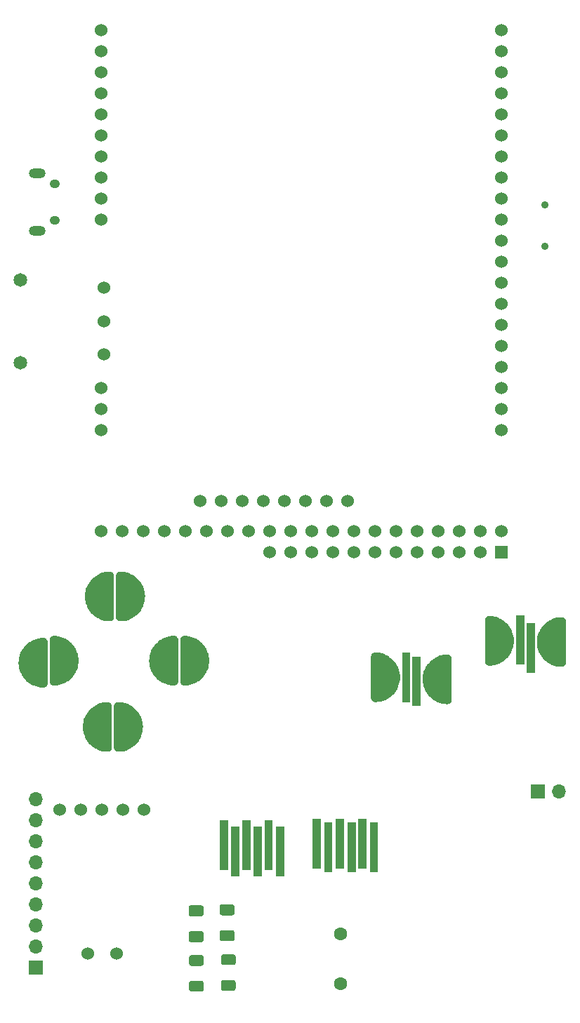
<source format=gbr>
%TF.GenerationSoftware,KiCad,Pcbnew,(5.1.9)-1*%
%TF.CreationDate,2021-03-20T17:22:00+11:00*%
%TF.ProjectId,GBC_motherboard,4742435f-6d6f-4746-9865-72626f617264,rev?*%
%TF.SameCoordinates,Original*%
%TF.FileFunction,Soldermask,Top*%
%TF.FilePolarity,Negative*%
%FSLAX46Y46*%
G04 Gerber Fmt 4.6, Leading zero omitted, Abs format (unit mm)*
G04 Created by KiCad (PCBNEW (5.1.9)-1) date 2021-03-20 17:22:00*
%MOMM*%
%LPD*%
G01*
G04 APERTURE LIST*
%ADD10O,1.200000X1.050000*%
%ADD11O,2.000000X1.200000*%
%ADD12C,0.900000*%
%ADD13R,1.700000X1.700000*%
%ADD14O,1.700000X1.700000*%
%ADD15C,1.524000*%
%ADD16R,1.524000X1.524000*%
%ADD17C,0.100000*%
%ADD18C,1.650000*%
%ADD19C,1.600000*%
G04 APERTURE END LIST*
D10*
%TO.C,U1*%
X114725000Y-61275000D03*
X114725000Y-65725000D03*
D11*
X112575000Y-60000000D03*
X112575000Y-67000000D03*
%TD*%
D12*
%TO.C,U2*%
X173787000Y-63794000D03*
X173787000Y-68794000D03*
%TD*%
D13*
%TO.C,J1*%
X112382000Y-155829000D03*
D14*
X112382000Y-153289000D03*
X112382000Y-150749000D03*
X112382000Y-148209000D03*
X112382000Y-145669000D03*
X112382000Y-143129000D03*
X112382000Y-140589000D03*
X112382000Y-138049000D03*
X112382000Y-135509000D03*
%TD*%
D15*
%TO.C,U6*%
X125374000Y-103226000D03*
X160934000Y-103226000D03*
X140614000Y-105766000D03*
X143154000Y-105766000D03*
X130454000Y-103226000D03*
X145694000Y-105766000D03*
X163474000Y-103226000D03*
X148234000Y-105766000D03*
X150774000Y-105766000D03*
X153314000Y-105766000D03*
X158394000Y-105766000D03*
X163474000Y-105766000D03*
X140614000Y-103226000D03*
X155854000Y-105766000D03*
X160934000Y-105766000D03*
X120294000Y-103226000D03*
X145694000Y-103226000D03*
X150774000Y-103226000D03*
X153314000Y-103226000D03*
X135534000Y-103226000D03*
X166014000Y-105766000D03*
D16*
X168554000Y-105766000D03*
D15*
X138074000Y-103226000D03*
X166014000Y-103226000D03*
X158394000Y-103226000D03*
X155854000Y-103226000D03*
X127914000Y-103226000D03*
X122834000Y-103226000D03*
X143154000Y-103226000D03*
X132994000Y-103226000D03*
X168554000Y-103226000D03*
X148234000Y-103226000D03*
%TD*%
%TO.C,U8*%
X118660000Y-154196000D03*
X122150000Y-154195000D03*
X125480000Y-136796000D03*
X122940000Y-136796000D03*
X120400000Y-136796000D03*
X117860000Y-136796000D03*
X115320000Y-136796000D03*
%TD*%
%TO.C,C2*%
G36*
G01*
X134815998Y-151356000D02*
X136116002Y-151356000D01*
G75*
G02*
X136366000Y-151605998I0J-249998D01*
G01*
X136366000Y-152431002D01*
G75*
G02*
X136116002Y-152681000I-249998J0D01*
G01*
X134815998Y-152681000D01*
G75*
G02*
X134566000Y-152431002I0J249998D01*
G01*
X134566000Y-151605998D01*
G75*
G02*
X134815998Y-151356000I249998J0D01*
G01*
G37*
G36*
G01*
X134815998Y-148231000D02*
X136116002Y-148231000D01*
G75*
G02*
X136366000Y-148480998I0J-249998D01*
G01*
X136366000Y-149306002D01*
G75*
G02*
X136116002Y-149556000I-249998J0D01*
G01*
X134815998Y-149556000D01*
G75*
G02*
X134566000Y-149306002I0J249998D01*
G01*
X134566000Y-148480998D01*
G75*
G02*
X134815998Y-148231000I249998J0D01*
G01*
G37*
%TD*%
D17*
%TO.C,U4*%
G36*
X122583062Y-108072597D02*
G01*
X122601426Y-108072597D01*
X122845383Y-108084529D01*
X122852354Y-108084919D01*
X122873172Y-108087254D01*
X122893997Y-108089296D01*
X123135622Y-108124975D01*
X123135628Y-108124976D01*
X123135635Y-108124977D01*
X123142525Y-108126044D01*
X123162982Y-108130392D01*
X123183547Y-108134464D01*
X123420536Y-108193552D01*
X123420541Y-108193553D01*
X123420547Y-108193555D01*
X123427302Y-108195289D01*
X123447239Y-108201614D01*
X123467305Y-108207672D01*
X123697402Y-108289606D01*
X123703962Y-108291994D01*
X123723183Y-108300232D01*
X123742565Y-108308221D01*
X123963569Y-108412217D01*
X123969864Y-108415234D01*
X123988212Y-108425321D01*
X124006701Y-108435151D01*
X124216493Y-108560212D01*
X124216502Y-108560217D01*
X124216512Y-108560224D01*
X124222472Y-108563834D01*
X124239693Y-108575625D01*
X124257189Y-108587250D01*
X124453765Y-108732179D01*
X124453782Y-108732191D01*
X124453801Y-108732206D01*
X124459373Y-108736375D01*
X124475403Y-108749825D01*
X124491637Y-108763066D01*
X124673145Y-108926494D01*
X124673153Y-108926501D01*
X124673162Y-108926510D01*
X124678305Y-108931207D01*
X124692955Y-108946166D01*
X124707814Y-108960923D01*
X124872512Y-109141290D01*
X124877183Y-109146478D01*
X124890291Y-109162782D01*
X124903649Y-109178928D01*
X125049960Y-109374506D01*
X125054102Y-109380125D01*
X125065578Y-109397662D01*
X125077276Y-109415005D01*
X125203797Y-109623916D01*
X125203803Y-109623925D01*
X125203809Y-109623936D01*
X125207378Y-109629922D01*
X125217087Y-109648494D01*
X125227037Y-109666896D01*
X125332574Y-109887167D01*
X125335546Y-109893484D01*
X125343392Y-109912901D01*
X125351504Y-109932201D01*
X125435038Y-110161710D01*
X125435043Y-110161721D01*
X125435047Y-110161735D01*
X125437384Y-110168297D01*
X125443280Y-110188332D01*
X125449488Y-110208385D01*
X125510230Y-110444960D01*
X125511918Y-110451734D01*
X125515835Y-110472269D01*
X125520052Y-110492811D01*
X125557417Y-110734173D01*
X125557420Y-110734187D01*
X125557422Y-110734204D01*
X125558439Y-110741091D01*
X125560336Y-110761936D01*
X125562525Y-110782769D01*
X125576158Y-111026617D01*
X125576160Y-111026637D01*
X125576160Y-111026661D01*
X125576500Y-111033610D01*
X125576354Y-111054453D01*
X125576436Y-111066272D01*
X125577000Y-111072000D01*
X125576384Y-111078256D01*
X125566273Y-111319499D01*
X125566273Y-111319520D01*
X125566271Y-111319545D01*
X125565931Y-111326492D01*
X125563747Y-111347271D01*
X125561845Y-111368168D01*
X125527852Y-111610040D01*
X125526832Y-111616946D01*
X125522625Y-111637442D01*
X125518699Y-111658024D01*
X125461266Y-111895424D01*
X125459577Y-111902198D01*
X125453384Y-111922204D01*
X125447473Y-111942287D01*
X125367148Y-112172949D01*
X125364806Y-112179526D01*
X125356700Y-112198810D01*
X125348848Y-112218243D01*
X125246398Y-112439966D01*
X125243425Y-112446283D01*
X125233473Y-112464689D01*
X125223766Y-112483256D01*
X125100168Y-112693925D01*
X125096593Y-112699921D01*
X125084914Y-112717236D01*
X125073420Y-112734801D01*
X124929854Y-112932402D01*
X124925711Y-112938021D01*
X124912371Y-112954146D01*
X124899243Y-112970474D01*
X124737081Y-113153122D01*
X124732409Y-113158310D01*
X124717546Y-113173070D01*
X124702902Y-113188023D01*
X124523690Y-113353976D01*
X124518534Y-113358683D01*
X124502324Y-113371904D01*
X124486270Y-113385375D01*
X124291719Y-113533048D01*
X124286128Y-113537230D01*
X124268696Y-113548812D01*
X124251410Y-113560648D01*
X124043376Y-113688631D01*
X124037405Y-113692247D01*
X124018910Y-113702081D01*
X124000569Y-113712164D01*
X123781049Y-113819231D01*
X123781041Y-113819235D01*
X123781032Y-113819239D01*
X123774744Y-113822252D01*
X123755399Y-113830225D01*
X123736142Y-113838479D01*
X123507215Y-113923617D01*
X123507210Y-113923619D01*
X123507204Y-113923621D01*
X123500652Y-113926005D01*
X123480646Y-113932045D01*
X123460647Y-113938389D01*
X123224507Y-114000779D01*
X123224502Y-114000781D01*
X123224496Y-114000782D01*
X123217739Y-114002517D01*
X123197218Y-114006580D01*
X123176720Y-114010937D01*
X122935624Y-114049986D01*
X122935611Y-114049989D01*
X122935595Y-114049991D01*
X122928714Y-114051056D01*
X122907879Y-114053099D01*
X122887066Y-114055433D01*
X122643299Y-114070769D01*
X122636329Y-114071159D01*
X122625863Y-114071159D01*
X122615400Y-114071744D01*
X122580495Y-114071988D01*
X122577122Y-114071988D01*
X122577000Y-114072000D01*
X122576878Y-114071988D01*
X122573514Y-114071988D01*
X122524741Y-114069261D01*
X122481964Y-114062640D01*
X122479455Y-114062393D01*
X122478504Y-114062105D01*
X122476465Y-114061789D01*
X122429150Y-114049640D01*
X122387774Y-114034582D01*
X122385658Y-114033940D01*
X122384906Y-114033538D01*
X122383246Y-114032934D01*
X122339192Y-114011826D01*
X122300877Y-113988623D01*
X122299215Y-113987735D01*
X122298666Y-113987284D01*
X122297407Y-113986522D01*
X122258291Y-113957259D01*
X122224635Y-113926528D01*
X122223447Y-113925553D01*
X122223087Y-113925115D01*
X122222218Y-113924321D01*
X122189531Y-113888018D01*
X122162022Y-113850708D01*
X122161265Y-113849785D01*
X122161062Y-113849405D01*
X122160542Y-113848700D01*
X122135528Y-113806740D01*
X122115452Y-113764075D01*
X122115060Y-113763342D01*
X122114975Y-113763062D01*
X122114729Y-113762539D01*
X122098342Y-113716520D01*
X122086728Y-113669943D01*
X122086607Y-113669545D01*
X122086593Y-113669403D01*
X122086523Y-113669122D01*
X122079387Y-113620796D01*
X122077000Y-113572004D01*
X122077000Y-108572000D01*
X122077630Y-108565605D01*
X122077780Y-108544088D01*
X122082886Y-108495506D01*
X122086054Y-108480073D01*
X122086607Y-108474455D01*
X122088462Y-108468339D01*
X122092708Y-108447654D01*
X122107154Y-108400989D01*
X122113400Y-108386130D01*
X122115060Y-108380658D01*
X122118058Y-108375049D01*
X122126084Y-108355956D01*
X122149319Y-108312986D01*
X122158535Y-108299323D01*
X122161265Y-108294215D01*
X122165279Y-108289323D01*
X122176635Y-108272488D01*
X122207773Y-108234848D01*
X122219737Y-108222967D01*
X122223447Y-108218447D01*
X122228301Y-108214464D01*
X122242436Y-108200427D01*
X122280291Y-108169553D01*
X122294643Y-108160017D01*
X122299215Y-108156265D01*
X122304715Y-108153325D01*
X122320979Y-108142519D01*
X122364111Y-108119586D01*
X122380385Y-108112878D01*
X122385658Y-108110060D01*
X122391586Y-108108262D01*
X122409275Y-108100971D01*
X122456040Y-108086852D01*
X122473679Y-108083359D01*
X122479455Y-108081607D01*
X122485568Y-108081005D01*
X122503960Y-108077363D01*
X122552577Y-108072597D01*
X122570938Y-108072597D01*
X122577000Y-108072000D01*
X122583062Y-108072597D01*
G37*
G36*
X121320938Y-114071403D02*
G01*
X121302574Y-114071403D01*
X121058617Y-114059471D01*
X121051646Y-114059081D01*
X121030828Y-114056746D01*
X121010003Y-114054704D01*
X120768378Y-114019025D01*
X120768372Y-114019024D01*
X120768365Y-114019023D01*
X120761475Y-114017956D01*
X120741018Y-114013608D01*
X120720453Y-114009536D01*
X120483464Y-113950448D01*
X120483459Y-113950447D01*
X120483453Y-113950445D01*
X120476698Y-113948711D01*
X120456761Y-113942386D01*
X120436695Y-113936328D01*
X120206598Y-113854394D01*
X120200038Y-113852006D01*
X120180817Y-113843768D01*
X120161435Y-113835779D01*
X119940431Y-113731783D01*
X119934136Y-113728766D01*
X119915788Y-113718679D01*
X119897299Y-113708849D01*
X119687507Y-113583788D01*
X119687498Y-113583783D01*
X119687488Y-113583776D01*
X119681528Y-113580166D01*
X119664307Y-113568375D01*
X119646811Y-113556750D01*
X119450235Y-113411821D01*
X119450218Y-113411809D01*
X119450199Y-113411794D01*
X119444627Y-113407625D01*
X119428597Y-113394175D01*
X119412363Y-113380934D01*
X119230855Y-113217506D01*
X119230847Y-113217499D01*
X119230838Y-113217490D01*
X119225695Y-113212793D01*
X119211045Y-113197834D01*
X119196186Y-113183077D01*
X119031488Y-113002710D01*
X119026817Y-112997522D01*
X119013709Y-112981218D01*
X119000351Y-112965072D01*
X118854040Y-112769494D01*
X118849898Y-112763875D01*
X118838422Y-112746338D01*
X118826724Y-112728995D01*
X118700203Y-112520084D01*
X118700197Y-112520075D01*
X118700191Y-112520064D01*
X118696622Y-112514078D01*
X118686913Y-112495506D01*
X118676963Y-112477104D01*
X118571426Y-112256833D01*
X118568454Y-112250516D01*
X118560608Y-112231099D01*
X118552496Y-112211799D01*
X118468962Y-111982290D01*
X118468957Y-111982279D01*
X118468953Y-111982265D01*
X118466616Y-111975703D01*
X118460720Y-111955668D01*
X118454512Y-111935615D01*
X118393770Y-111699040D01*
X118392082Y-111692266D01*
X118388165Y-111671731D01*
X118383948Y-111651189D01*
X118346583Y-111409827D01*
X118346580Y-111409813D01*
X118346578Y-111409796D01*
X118345561Y-111402909D01*
X118343664Y-111382064D01*
X118341475Y-111361231D01*
X118327842Y-111117383D01*
X118327840Y-111117363D01*
X118327840Y-111117339D01*
X118327500Y-111110390D01*
X118327646Y-111089547D01*
X118327564Y-111077728D01*
X118327000Y-111072000D01*
X118327616Y-111065744D01*
X118337727Y-110824501D01*
X118337727Y-110824480D01*
X118337729Y-110824455D01*
X118338069Y-110817508D01*
X118340253Y-110796729D01*
X118342155Y-110775832D01*
X118376148Y-110533960D01*
X118377168Y-110527054D01*
X118381375Y-110506558D01*
X118385301Y-110485976D01*
X118442734Y-110248576D01*
X118444423Y-110241802D01*
X118450616Y-110221796D01*
X118456527Y-110201713D01*
X118536852Y-109971051D01*
X118539194Y-109964474D01*
X118547300Y-109945190D01*
X118555152Y-109925757D01*
X118657602Y-109704034D01*
X118660575Y-109697717D01*
X118670527Y-109679311D01*
X118680234Y-109660744D01*
X118803832Y-109450075D01*
X118807407Y-109444079D01*
X118819086Y-109426764D01*
X118830580Y-109409199D01*
X118974146Y-109211598D01*
X118978289Y-109205979D01*
X118991629Y-109189854D01*
X119004757Y-109173526D01*
X119166919Y-108990878D01*
X119171591Y-108985690D01*
X119186454Y-108970930D01*
X119201098Y-108955977D01*
X119380310Y-108790024D01*
X119385466Y-108785317D01*
X119401676Y-108772096D01*
X119417730Y-108758625D01*
X119612281Y-108610952D01*
X119617872Y-108606770D01*
X119635304Y-108595188D01*
X119652590Y-108583352D01*
X119860624Y-108455369D01*
X119866595Y-108451753D01*
X119885090Y-108441919D01*
X119903431Y-108431836D01*
X120122951Y-108324769D01*
X120122959Y-108324765D01*
X120122968Y-108324761D01*
X120129256Y-108321748D01*
X120148601Y-108313775D01*
X120167858Y-108305521D01*
X120396785Y-108220383D01*
X120396790Y-108220381D01*
X120396796Y-108220379D01*
X120403348Y-108217995D01*
X120423354Y-108211955D01*
X120443353Y-108205611D01*
X120679493Y-108143221D01*
X120679498Y-108143219D01*
X120679504Y-108143218D01*
X120686261Y-108141483D01*
X120706782Y-108137420D01*
X120727280Y-108133063D01*
X120968376Y-108094014D01*
X120968389Y-108094011D01*
X120968405Y-108094009D01*
X120975286Y-108092944D01*
X120996121Y-108090901D01*
X121016934Y-108088567D01*
X121260701Y-108073231D01*
X121267671Y-108072841D01*
X121278137Y-108072841D01*
X121288600Y-108072256D01*
X121323505Y-108072012D01*
X121326878Y-108072012D01*
X121327000Y-108072000D01*
X121327122Y-108072012D01*
X121330486Y-108072012D01*
X121379259Y-108074739D01*
X121422036Y-108081360D01*
X121424545Y-108081607D01*
X121425496Y-108081895D01*
X121427535Y-108082211D01*
X121474850Y-108094360D01*
X121516226Y-108109418D01*
X121518342Y-108110060D01*
X121519094Y-108110462D01*
X121520754Y-108111066D01*
X121564808Y-108132174D01*
X121603123Y-108155377D01*
X121604785Y-108156265D01*
X121605334Y-108156716D01*
X121606593Y-108157478D01*
X121645709Y-108186741D01*
X121679365Y-108217472D01*
X121680553Y-108218447D01*
X121680913Y-108218885D01*
X121681782Y-108219679D01*
X121714469Y-108255982D01*
X121741978Y-108293292D01*
X121742735Y-108294215D01*
X121742938Y-108294595D01*
X121743458Y-108295300D01*
X121768472Y-108337260D01*
X121788548Y-108379925D01*
X121788940Y-108380658D01*
X121789025Y-108380938D01*
X121789271Y-108381461D01*
X121805658Y-108427480D01*
X121817272Y-108474057D01*
X121817393Y-108474455D01*
X121817407Y-108474597D01*
X121817477Y-108474878D01*
X121824613Y-108523204D01*
X121827000Y-108571996D01*
X121827000Y-113572000D01*
X121826370Y-113578395D01*
X121826220Y-113599912D01*
X121821114Y-113648494D01*
X121817946Y-113663927D01*
X121817393Y-113669545D01*
X121815538Y-113675661D01*
X121811292Y-113696346D01*
X121796846Y-113743011D01*
X121790600Y-113757870D01*
X121788940Y-113763342D01*
X121785942Y-113768951D01*
X121777916Y-113788044D01*
X121754681Y-113831014D01*
X121745465Y-113844677D01*
X121742735Y-113849785D01*
X121738721Y-113854677D01*
X121727365Y-113871512D01*
X121696227Y-113909152D01*
X121684263Y-113921033D01*
X121680553Y-113925553D01*
X121675699Y-113929536D01*
X121661564Y-113943573D01*
X121623709Y-113974447D01*
X121609357Y-113983983D01*
X121604785Y-113987735D01*
X121599285Y-113990675D01*
X121583021Y-114001481D01*
X121539889Y-114024414D01*
X121523615Y-114031122D01*
X121518342Y-114033940D01*
X121512414Y-114035738D01*
X121494725Y-114043029D01*
X121447960Y-114057148D01*
X121430321Y-114060641D01*
X121424545Y-114062393D01*
X121418432Y-114062995D01*
X121400040Y-114066637D01*
X121351423Y-114071403D01*
X121333062Y-114071403D01*
X121327000Y-114072000D01*
X121320938Y-114071403D01*
G37*
G36*
X114583062Y-115822597D02*
G01*
X114601426Y-115822597D01*
X114845383Y-115834529D01*
X114852354Y-115834919D01*
X114873172Y-115837254D01*
X114893997Y-115839296D01*
X115135622Y-115874975D01*
X115135628Y-115874976D01*
X115135635Y-115874977D01*
X115142525Y-115876044D01*
X115162982Y-115880392D01*
X115183547Y-115884464D01*
X115420536Y-115943552D01*
X115420541Y-115943553D01*
X115420547Y-115943555D01*
X115427302Y-115945289D01*
X115447239Y-115951614D01*
X115467305Y-115957672D01*
X115697402Y-116039606D01*
X115703962Y-116041994D01*
X115723183Y-116050232D01*
X115742565Y-116058221D01*
X115963569Y-116162217D01*
X115969864Y-116165234D01*
X115988212Y-116175321D01*
X116006701Y-116185151D01*
X116216493Y-116310212D01*
X116216502Y-116310217D01*
X116216512Y-116310224D01*
X116222472Y-116313834D01*
X116239693Y-116325625D01*
X116257189Y-116337250D01*
X116453765Y-116482179D01*
X116453782Y-116482191D01*
X116453801Y-116482206D01*
X116459373Y-116486375D01*
X116475403Y-116499825D01*
X116491637Y-116513066D01*
X116673145Y-116676494D01*
X116673153Y-116676501D01*
X116673162Y-116676510D01*
X116678305Y-116681207D01*
X116692955Y-116696166D01*
X116707814Y-116710923D01*
X116872512Y-116891290D01*
X116877183Y-116896478D01*
X116890291Y-116912782D01*
X116903649Y-116928928D01*
X117049960Y-117124506D01*
X117054102Y-117130125D01*
X117065578Y-117147662D01*
X117077276Y-117165005D01*
X117203797Y-117373916D01*
X117203803Y-117373925D01*
X117203809Y-117373936D01*
X117207378Y-117379922D01*
X117217087Y-117398494D01*
X117227037Y-117416896D01*
X117332574Y-117637167D01*
X117335546Y-117643484D01*
X117343392Y-117662901D01*
X117351504Y-117682201D01*
X117435038Y-117911710D01*
X117435043Y-117911721D01*
X117435047Y-117911735D01*
X117437384Y-117918297D01*
X117443280Y-117938332D01*
X117449488Y-117958385D01*
X117510230Y-118194960D01*
X117511918Y-118201734D01*
X117515835Y-118222269D01*
X117520052Y-118242811D01*
X117557417Y-118484173D01*
X117557420Y-118484187D01*
X117557422Y-118484204D01*
X117558439Y-118491091D01*
X117560336Y-118511936D01*
X117562525Y-118532769D01*
X117576158Y-118776617D01*
X117576160Y-118776637D01*
X117576160Y-118776661D01*
X117576500Y-118783610D01*
X117576354Y-118804453D01*
X117576436Y-118816272D01*
X117577000Y-118822000D01*
X117576384Y-118828256D01*
X117566273Y-119069499D01*
X117566273Y-119069520D01*
X117566271Y-119069545D01*
X117565931Y-119076492D01*
X117563747Y-119097271D01*
X117561845Y-119118168D01*
X117527852Y-119360040D01*
X117526832Y-119366946D01*
X117522625Y-119387442D01*
X117518699Y-119408024D01*
X117461266Y-119645424D01*
X117459577Y-119652198D01*
X117453384Y-119672204D01*
X117447473Y-119692287D01*
X117367148Y-119922949D01*
X117364806Y-119929526D01*
X117356700Y-119948810D01*
X117348848Y-119968243D01*
X117246398Y-120189966D01*
X117243425Y-120196283D01*
X117233473Y-120214689D01*
X117223766Y-120233256D01*
X117100168Y-120443925D01*
X117096593Y-120449921D01*
X117084914Y-120467236D01*
X117073420Y-120484801D01*
X116929854Y-120682402D01*
X116925711Y-120688021D01*
X116912371Y-120704146D01*
X116899243Y-120720474D01*
X116737081Y-120903122D01*
X116732409Y-120908310D01*
X116717546Y-120923070D01*
X116702902Y-120938023D01*
X116523690Y-121103976D01*
X116518534Y-121108683D01*
X116502324Y-121121904D01*
X116486270Y-121135375D01*
X116291719Y-121283048D01*
X116286128Y-121287230D01*
X116268696Y-121298812D01*
X116251410Y-121310648D01*
X116043376Y-121438631D01*
X116037405Y-121442247D01*
X116018910Y-121452081D01*
X116000569Y-121462164D01*
X115781049Y-121569231D01*
X115781041Y-121569235D01*
X115781032Y-121569239D01*
X115774744Y-121572252D01*
X115755399Y-121580225D01*
X115736142Y-121588479D01*
X115507215Y-121673617D01*
X115507210Y-121673619D01*
X115507204Y-121673621D01*
X115500652Y-121676005D01*
X115480646Y-121682045D01*
X115460647Y-121688389D01*
X115224507Y-121750779D01*
X115224502Y-121750781D01*
X115224496Y-121750782D01*
X115217739Y-121752517D01*
X115197218Y-121756580D01*
X115176720Y-121760937D01*
X114935624Y-121799986D01*
X114935611Y-121799989D01*
X114935595Y-121799991D01*
X114928714Y-121801056D01*
X114907879Y-121803099D01*
X114887066Y-121805433D01*
X114643299Y-121820769D01*
X114636329Y-121821159D01*
X114625863Y-121821159D01*
X114615400Y-121821744D01*
X114580495Y-121821988D01*
X114577122Y-121821988D01*
X114577000Y-121822000D01*
X114576878Y-121821988D01*
X114573514Y-121821988D01*
X114524741Y-121819261D01*
X114481964Y-121812640D01*
X114479455Y-121812393D01*
X114478504Y-121812105D01*
X114476465Y-121811789D01*
X114429150Y-121799640D01*
X114387774Y-121784582D01*
X114385658Y-121783940D01*
X114384906Y-121783538D01*
X114383246Y-121782934D01*
X114339192Y-121761826D01*
X114300877Y-121738623D01*
X114299215Y-121737735D01*
X114298666Y-121737284D01*
X114297407Y-121736522D01*
X114258291Y-121707259D01*
X114224635Y-121676528D01*
X114223447Y-121675553D01*
X114223087Y-121675115D01*
X114222218Y-121674321D01*
X114189531Y-121638018D01*
X114162022Y-121600708D01*
X114161265Y-121599785D01*
X114161062Y-121599405D01*
X114160542Y-121598700D01*
X114135528Y-121556740D01*
X114115452Y-121514075D01*
X114115060Y-121513342D01*
X114114975Y-121513062D01*
X114114729Y-121512539D01*
X114098342Y-121466520D01*
X114086728Y-121419943D01*
X114086607Y-121419545D01*
X114086593Y-121419403D01*
X114086523Y-121419122D01*
X114079387Y-121370796D01*
X114077000Y-121322004D01*
X114077000Y-116322000D01*
X114077630Y-116315605D01*
X114077780Y-116294088D01*
X114082886Y-116245506D01*
X114086054Y-116230073D01*
X114086607Y-116224455D01*
X114088462Y-116218339D01*
X114092708Y-116197654D01*
X114107154Y-116150989D01*
X114113400Y-116136130D01*
X114115060Y-116130658D01*
X114118058Y-116125049D01*
X114126084Y-116105956D01*
X114149319Y-116062986D01*
X114158535Y-116049323D01*
X114161265Y-116044215D01*
X114165279Y-116039323D01*
X114176635Y-116022488D01*
X114207773Y-115984848D01*
X114219737Y-115972967D01*
X114223447Y-115968447D01*
X114228301Y-115964464D01*
X114242436Y-115950427D01*
X114280291Y-115919553D01*
X114294643Y-115910017D01*
X114299215Y-115906265D01*
X114304715Y-115903325D01*
X114320979Y-115892519D01*
X114364111Y-115869586D01*
X114380385Y-115862878D01*
X114385658Y-115860060D01*
X114391586Y-115858262D01*
X114409275Y-115850971D01*
X114456040Y-115836852D01*
X114473679Y-115833359D01*
X114479455Y-115831607D01*
X114485568Y-115831005D01*
X114503960Y-115827363D01*
X114552577Y-115822597D01*
X114570938Y-115822597D01*
X114577000Y-115822000D01*
X114583062Y-115822597D01*
G37*
G36*
X113320938Y-122071403D02*
G01*
X113302574Y-122071403D01*
X113058617Y-122059471D01*
X113051646Y-122059081D01*
X113030828Y-122056746D01*
X113010003Y-122054704D01*
X112768378Y-122019025D01*
X112768372Y-122019024D01*
X112768365Y-122019023D01*
X112761475Y-122017956D01*
X112741018Y-122013608D01*
X112720453Y-122009536D01*
X112483464Y-121950448D01*
X112483459Y-121950447D01*
X112483453Y-121950445D01*
X112476698Y-121948711D01*
X112456761Y-121942386D01*
X112436695Y-121936328D01*
X112206598Y-121854394D01*
X112200038Y-121852006D01*
X112180817Y-121843768D01*
X112161435Y-121835779D01*
X111940431Y-121731783D01*
X111934136Y-121728766D01*
X111915788Y-121718679D01*
X111897299Y-121708849D01*
X111687507Y-121583788D01*
X111687498Y-121583783D01*
X111687488Y-121583776D01*
X111681528Y-121580166D01*
X111664307Y-121568375D01*
X111646811Y-121556750D01*
X111450235Y-121411821D01*
X111450218Y-121411809D01*
X111450199Y-121411794D01*
X111444627Y-121407625D01*
X111428597Y-121394175D01*
X111412363Y-121380934D01*
X111230855Y-121217506D01*
X111230847Y-121217499D01*
X111230838Y-121217490D01*
X111225695Y-121212793D01*
X111211045Y-121197834D01*
X111196186Y-121183077D01*
X111031488Y-121002710D01*
X111026817Y-120997522D01*
X111013709Y-120981218D01*
X111000351Y-120965072D01*
X110854040Y-120769494D01*
X110849898Y-120763875D01*
X110838422Y-120746338D01*
X110826724Y-120728995D01*
X110700203Y-120520084D01*
X110700197Y-120520075D01*
X110700191Y-120520064D01*
X110696622Y-120514078D01*
X110686913Y-120495506D01*
X110676963Y-120477104D01*
X110571426Y-120256833D01*
X110568454Y-120250516D01*
X110560608Y-120231099D01*
X110552496Y-120211799D01*
X110468962Y-119982290D01*
X110468957Y-119982279D01*
X110468953Y-119982265D01*
X110466616Y-119975703D01*
X110460720Y-119955668D01*
X110454512Y-119935615D01*
X110393770Y-119699040D01*
X110392082Y-119692266D01*
X110388165Y-119671731D01*
X110383948Y-119651189D01*
X110346583Y-119409827D01*
X110346580Y-119409813D01*
X110346578Y-119409796D01*
X110345561Y-119402909D01*
X110343664Y-119382064D01*
X110341475Y-119361231D01*
X110327842Y-119117383D01*
X110327840Y-119117363D01*
X110327840Y-119117339D01*
X110327500Y-119110390D01*
X110327646Y-119089547D01*
X110327564Y-119077728D01*
X110327000Y-119072000D01*
X110327616Y-119065744D01*
X110337727Y-118824501D01*
X110337727Y-118824480D01*
X110337729Y-118824455D01*
X110338069Y-118817508D01*
X110340253Y-118796729D01*
X110342155Y-118775832D01*
X110376148Y-118533960D01*
X110377168Y-118527054D01*
X110381375Y-118506558D01*
X110385301Y-118485976D01*
X110442734Y-118248576D01*
X110444423Y-118241802D01*
X110450616Y-118221796D01*
X110456527Y-118201713D01*
X110536852Y-117971051D01*
X110539194Y-117964474D01*
X110547300Y-117945190D01*
X110555152Y-117925757D01*
X110657602Y-117704034D01*
X110660575Y-117697717D01*
X110670527Y-117679311D01*
X110680234Y-117660744D01*
X110803832Y-117450075D01*
X110807407Y-117444079D01*
X110819086Y-117426764D01*
X110830580Y-117409199D01*
X110974146Y-117211598D01*
X110978289Y-117205979D01*
X110991629Y-117189854D01*
X111004757Y-117173526D01*
X111166919Y-116990878D01*
X111171591Y-116985690D01*
X111186454Y-116970930D01*
X111201098Y-116955977D01*
X111380310Y-116790024D01*
X111385466Y-116785317D01*
X111401676Y-116772096D01*
X111417730Y-116758625D01*
X111612281Y-116610952D01*
X111617872Y-116606770D01*
X111635304Y-116595188D01*
X111652590Y-116583352D01*
X111860624Y-116455369D01*
X111866595Y-116451753D01*
X111885090Y-116441919D01*
X111903431Y-116431836D01*
X112122951Y-116324769D01*
X112122959Y-116324765D01*
X112122968Y-116324761D01*
X112129256Y-116321748D01*
X112148601Y-116313775D01*
X112167858Y-116305521D01*
X112396785Y-116220383D01*
X112396790Y-116220381D01*
X112396796Y-116220379D01*
X112403348Y-116217995D01*
X112423354Y-116211955D01*
X112443353Y-116205611D01*
X112679493Y-116143221D01*
X112679498Y-116143219D01*
X112679504Y-116143218D01*
X112686261Y-116141483D01*
X112706782Y-116137420D01*
X112727280Y-116133063D01*
X112968376Y-116094014D01*
X112968389Y-116094011D01*
X112968405Y-116094009D01*
X112975286Y-116092944D01*
X112996121Y-116090901D01*
X113016934Y-116088567D01*
X113260701Y-116073231D01*
X113267671Y-116072841D01*
X113278137Y-116072841D01*
X113288600Y-116072256D01*
X113323505Y-116072012D01*
X113326878Y-116072012D01*
X113327000Y-116072000D01*
X113327122Y-116072012D01*
X113330486Y-116072012D01*
X113379259Y-116074739D01*
X113422036Y-116081360D01*
X113424545Y-116081607D01*
X113425496Y-116081895D01*
X113427535Y-116082211D01*
X113474850Y-116094360D01*
X113516226Y-116109418D01*
X113518342Y-116110060D01*
X113519094Y-116110462D01*
X113520754Y-116111066D01*
X113564808Y-116132174D01*
X113603123Y-116155377D01*
X113604785Y-116156265D01*
X113605334Y-116156716D01*
X113606593Y-116157478D01*
X113645709Y-116186741D01*
X113679365Y-116217472D01*
X113680553Y-116218447D01*
X113680913Y-116218885D01*
X113681782Y-116219679D01*
X113714469Y-116255982D01*
X113741978Y-116293292D01*
X113742735Y-116294215D01*
X113742938Y-116294595D01*
X113743458Y-116295300D01*
X113768472Y-116337260D01*
X113788548Y-116379925D01*
X113788940Y-116380658D01*
X113789025Y-116380938D01*
X113789271Y-116381461D01*
X113805658Y-116427480D01*
X113817272Y-116474057D01*
X113817393Y-116474455D01*
X113817407Y-116474597D01*
X113817477Y-116474878D01*
X113824613Y-116523204D01*
X113827000Y-116571996D01*
X113827000Y-121572000D01*
X113826370Y-121578395D01*
X113826220Y-121599912D01*
X113821114Y-121648494D01*
X113817946Y-121663927D01*
X113817393Y-121669545D01*
X113815538Y-121675661D01*
X113811292Y-121696346D01*
X113796846Y-121743011D01*
X113790600Y-121757870D01*
X113788940Y-121763342D01*
X113785942Y-121768951D01*
X113777916Y-121788044D01*
X113754681Y-121831014D01*
X113745465Y-121844677D01*
X113742735Y-121849785D01*
X113738721Y-121854677D01*
X113727365Y-121871512D01*
X113696227Y-121909152D01*
X113684263Y-121921033D01*
X113680553Y-121925553D01*
X113675699Y-121929536D01*
X113661564Y-121943573D01*
X113623709Y-121974447D01*
X113609357Y-121983983D01*
X113604785Y-121987735D01*
X113599285Y-121990675D01*
X113583021Y-122001481D01*
X113539889Y-122024414D01*
X113523615Y-122031122D01*
X113518342Y-122033940D01*
X113512414Y-122035738D01*
X113494725Y-122043029D01*
X113447960Y-122057148D01*
X113430321Y-122060641D01*
X113424545Y-122062393D01*
X113418432Y-122062995D01*
X113400040Y-122066637D01*
X113351423Y-122071403D01*
X113333062Y-122071403D01*
X113327000Y-122072000D01*
X113320938Y-122071403D01*
G37*
G36*
X122333062Y-123822597D02*
G01*
X122351426Y-123822597D01*
X122595383Y-123834529D01*
X122602354Y-123834919D01*
X122623172Y-123837254D01*
X122643997Y-123839296D01*
X122885622Y-123874975D01*
X122885628Y-123874976D01*
X122885635Y-123874977D01*
X122892525Y-123876044D01*
X122912982Y-123880392D01*
X122933547Y-123884464D01*
X123170536Y-123943552D01*
X123170541Y-123943553D01*
X123170547Y-123943555D01*
X123177302Y-123945289D01*
X123197239Y-123951614D01*
X123217305Y-123957672D01*
X123447402Y-124039606D01*
X123453962Y-124041994D01*
X123473183Y-124050232D01*
X123492565Y-124058221D01*
X123713569Y-124162217D01*
X123719864Y-124165234D01*
X123738212Y-124175321D01*
X123756701Y-124185151D01*
X123966493Y-124310212D01*
X123966502Y-124310217D01*
X123966512Y-124310224D01*
X123972472Y-124313834D01*
X123989693Y-124325625D01*
X124007189Y-124337250D01*
X124203765Y-124482179D01*
X124203782Y-124482191D01*
X124203801Y-124482206D01*
X124209373Y-124486375D01*
X124225403Y-124499825D01*
X124241637Y-124513066D01*
X124423145Y-124676494D01*
X124423153Y-124676501D01*
X124423162Y-124676510D01*
X124428305Y-124681207D01*
X124442955Y-124696166D01*
X124457814Y-124710923D01*
X124622512Y-124891290D01*
X124627183Y-124896478D01*
X124640291Y-124912782D01*
X124653649Y-124928928D01*
X124799960Y-125124506D01*
X124804102Y-125130125D01*
X124815578Y-125147662D01*
X124827276Y-125165005D01*
X124953797Y-125373916D01*
X124953803Y-125373925D01*
X124953809Y-125373936D01*
X124957378Y-125379922D01*
X124967087Y-125398494D01*
X124977037Y-125416896D01*
X125082574Y-125637167D01*
X125085546Y-125643484D01*
X125093392Y-125662901D01*
X125101504Y-125682201D01*
X125185038Y-125911710D01*
X125185043Y-125911721D01*
X125185047Y-125911735D01*
X125187384Y-125918297D01*
X125193280Y-125938332D01*
X125199488Y-125958385D01*
X125260230Y-126194960D01*
X125261918Y-126201734D01*
X125265835Y-126222269D01*
X125270052Y-126242811D01*
X125307417Y-126484173D01*
X125307420Y-126484187D01*
X125307422Y-126484204D01*
X125308439Y-126491091D01*
X125310336Y-126511936D01*
X125312525Y-126532769D01*
X125326158Y-126776617D01*
X125326160Y-126776637D01*
X125326160Y-126776661D01*
X125326500Y-126783610D01*
X125326354Y-126804453D01*
X125326436Y-126816272D01*
X125327000Y-126822000D01*
X125326384Y-126828256D01*
X125316273Y-127069499D01*
X125316273Y-127069520D01*
X125316271Y-127069545D01*
X125315931Y-127076492D01*
X125313747Y-127097271D01*
X125311845Y-127118168D01*
X125277852Y-127360040D01*
X125276832Y-127366946D01*
X125272625Y-127387442D01*
X125268699Y-127408024D01*
X125211266Y-127645424D01*
X125209577Y-127652198D01*
X125203384Y-127672204D01*
X125197473Y-127692287D01*
X125117148Y-127922949D01*
X125114806Y-127929526D01*
X125106700Y-127948810D01*
X125098848Y-127968243D01*
X124996398Y-128189966D01*
X124993425Y-128196283D01*
X124983473Y-128214689D01*
X124973766Y-128233256D01*
X124850168Y-128443925D01*
X124846593Y-128449921D01*
X124834914Y-128467236D01*
X124823420Y-128484801D01*
X124679854Y-128682402D01*
X124675711Y-128688021D01*
X124662371Y-128704146D01*
X124649243Y-128720474D01*
X124487081Y-128903122D01*
X124482409Y-128908310D01*
X124467546Y-128923070D01*
X124452902Y-128938023D01*
X124273690Y-129103976D01*
X124268534Y-129108683D01*
X124252324Y-129121904D01*
X124236270Y-129135375D01*
X124041719Y-129283048D01*
X124036128Y-129287230D01*
X124018696Y-129298812D01*
X124001410Y-129310648D01*
X123793376Y-129438631D01*
X123787405Y-129442247D01*
X123768910Y-129452081D01*
X123750569Y-129462164D01*
X123531049Y-129569231D01*
X123531041Y-129569235D01*
X123531032Y-129569239D01*
X123524744Y-129572252D01*
X123505399Y-129580225D01*
X123486142Y-129588479D01*
X123257215Y-129673617D01*
X123257210Y-129673619D01*
X123257204Y-129673621D01*
X123250652Y-129676005D01*
X123230646Y-129682045D01*
X123210647Y-129688389D01*
X122974507Y-129750779D01*
X122974502Y-129750781D01*
X122974496Y-129750782D01*
X122967739Y-129752517D01*
X122947218Y-129756580D01*
X122926720Y-129760937D01*
X122685624Y-129799986D01*
X122685611Y-129799989D01*
X122685595Y-129799991D01*
X122678714Y-129801056D01*
X122657879Y-129803099D01*
X122637066Y-129805433D01*
X122393299Y-129820769D01*
X122386329Y-129821159D01*
X122375863Y-129821159D01*
X122365400Y-129821744D01*
X122330495Y-129821988D01*
X122327122Y-129821988D01*
X122327000Y-129822000D01*
X122326878Y-129821988D01*
X122323514Y-129821988D01*
X122274741Y-129819261D01*
X122231964Y-129812640D01*
X122229455Y-129812393D01*
X122228504Y-129812105D01*
X122226465Y-129811789D01*
X122179150Y-129799640D01*
X122137774Y-129784582D01*
X122135658Y-129783940D01*
X122134906Y-129783538D01*
X122133246Y-129782934D01*
X122089192Y-129761826D01*
X122050877Y-129738623D01*
X122049215Y-129737735D01*
X122048666Y-129737284D01*
X122047407Y-129736522D01*
X122008291Y-129707259D01*
X121974635Y-129676528D01*
X121973447Y-129675553D01*
X121973087Y-129675115D01*
X121972218Y-129674321D01*
X121939531Y-129638018D01*
X121912022Y-129600708D01*
X121911265Y-129599785D01*
X121911062Y-129599405D01*
X121910542Y-129598700D01*
X121885528Y-129556740D01*
X121865452Y-129514075D01*
X121865060Y-129513342D01*
X121864975Y-129513062D01*
X121864729Y-129512539D01*
X121848342Y-129466520D01*
X121836728Y-129419943D01*
X121836607Y-129419545D01*
X121836593Y-129419403D01*
X121836523Y-129419122D01*
X121829387Y-129370796D01*
X121827000Y-129322004D01*
X121827000Y-124322000D01*
X121827630Y-124315605D01*
X121827780Y-124294088D01*
X121832886Y-124245506D01*
X121836054Y-124230073D01*
X121836607Y-124224455D01*
X121838462Y-124218339D01*
X121842708Y-124197654D01*
X121857154Y-124150989D01*
X121863400Y-124136130D01*
X121865060Y-124130658D01*
X121868058Y-124125049D01*
X121876084Y-124105956D01*
X121899319Y-124062986D01*
X121908535Y-124049323D01*
X121911265Y-124044215D01*
X121915279Y-124039323D01*
X121926635Y-124022488D01*
X121957773Y-123984848D01*
X121969737Y-123972967D01*
X121973447Y-123968447D01*
X121978301Y-123964464D01*
X121992436Y-123950427D01*
X122030291Y-123919553D01*
X122044643Y-123910017D01*
X122049215Y-123906265D01*
X122054715Y-123903325D01*
X122070979Y-123892519D01*
X122114111Y-123869586D01*
X122130385Y-123862878D01*
X122135658Y-123860060D01*
X122141586Y-123858262D01*
X122159275Y-123850971D01*
X122206040Y-123836852D01*
X122223679Y-123833359D01*
X122229455Y-123831607D01*
X122235568Y-123831005D01*
X122253960Y-123827363D01*
X122302577Y-123822597D01*
X122320938Y-123822597D01*
X122327000Y-123822000D01*
X122333062Y-123822597D01*
G37*
G36*
X121070938Y-129821403D02*
G01*
X121052574Y-129821403D01*
X120808617Y-129809471D01*
X120801646Y-129809081D01*
X120780828Y-129806746D01*
X120760003Y-129804704D01*
X120518378Y-129769025D01*
X120518372Y-129769024D01*
X120518365Y-129769023D01*
X120511475Y-129767956D01*
X120491018Y-129763608D01*
X120470453Y-129759536D01*
X120233464Y-129700448D01*
X120233459Y-129700447D01*
X120233453Y-129700445D01*
X120226698Y-129698711D01*
X120206761Y-129692386D01*
X120186695Y-129686328D01*
X119956598Y-129604394D01*
X119950038Y-129602006D01*
X119930817Y-129593768D01*
X119911435Y-129585779D01*
X119690431Y-129481783D01*
X119684136Y-129478766D01*
X119665788Y-129468679D01*
X119647299Y-129458849D01*
X119437507Y-129333788D01*
X119437498Y-129333783D01*
X119437488Y-129333776D01*
X119431528Y-129330166D01*
X119414307Y-129318375D01*
X119396811Y-129306750D01*
X119200235Y-129161821D01*
X119200218Y-129161809D01*
X119200199Y-129161794D01*
X119194627Y-129157625D01*
X119178597Y-129144175D01*
X119162363Y-129130934D01*
X118980855Y-128967506D01*
X118980847Y-128967499D01*
X118980838Y-128967490D01*
X118975695Y-128962793D01*
X118961045Y-128947834D01*
X118946186Y-128933077D01*
X118781488Y-128752710D01*
X118776817Y-128747522D01*
X118763709Y-128731218D01*
X118750351Y-128715072D01*
X118604040Y-128519494D01*
X118599898Y-128513875D01*
X118588422Y-128496338D01*
X118576724Y-128478995D01*
X118450203Y-128270084D01*
X118450197Y-128270075D01*
X118450191Y-128270064D01*
X118446622Y-128264078D01*
X118436913Y-128245506D01*
X118426963Y-128227104D01*
X118321426Y-128006833D01*
X118318454Y-128000516D01*
X118310608Y-127981099D01*
X118302496Y-127961799D01*
X118218962Y-127732290D01*
X118218957Y-127732279D01*
X118218953Y-127732265D01*
X118216616Y-127725703D01*
X118210720Y-127705668D01*
X118204512Y-127685615D01*
X118143770Y-127449040D01*
X118142082Y-127442266D01*
X118138165Y-127421731D01*
X118133948Y-127401189D01*
X118096583Y-127159827D01*
X118096580Y-127159813D01*
X118096578Y-127159796D01*
X118095561Y-127152909D01*
X118093664Y-127132064D01*
X118091475Y-127111231D01*
X118077842Y-126867383D01*
X118077840Y-126867363D01*
X118077840Y-126867339D01*
X118077500Y-126860390D01*
X118077646Y-126839547D01*
X118077564Y-126827728D01*
X118077000Y-126822000D01*
X118077616Y-126815744D01*
X118087727Y-126574501D01*
X118087727Y-126574480D01*
X118087729Y-126574455D01*
X118088069Y-126567508D01*
X118090253Y-126546729D01*
X118092155Y-126525832D01*
X118126148Y-126283960D01*
X118127168Y-126277054D01*
X118131375Y-126256558D01*
X118135301Y-126235976D01*
X118192734Y-125998576D01*
X118194423Y-125991802D01*
X118200616Y-125971796D01*
X118206527Y-125951713D01*
X118286852Y-125721051D01*
X118289194Y-125714474D01*
X118297300Y-125695190D01*
X118305152Y-125675757D01*
X118407602Y-125454034D01*
X118410575Y-125447717D01*
X118420527Y-125429311D01*
X118430234Y-125410744D01*
X118553832Y-125200075D01*
X118557407Y-125194079D01*
X118569086Y-125176764D01*
X118580580Y-125159199D01*
X118724146Y-124961598D01*
X118728289Y-124955979D01*
X118741629Y-124939854D01*
X118754757Y-124923526D01*
X118916919Y-124740878D01*
X118921591Y-124735690D01*
X118936454Y-124720930D01*
X118951098Y-124705977D01*
X119130310Y-124540024D01*
X119135466Y-124535317D01*
X119151676Y-124522096D01*
X119167730Y-124508625D01*
X119362281Y-124360952D01*
X119367872Y-124356770D01*
X119385304Y-124345188D01*
X119402590Y-124333352D01*
X119610624Y-124205369D01*
X119616595Y-124201753D01*
X119635090Y-124191919D01*
X119653431Y-124181836D01*
X119872951Y-124074769D01*
X119872959Y-124074765D01*
X119872968Y-124074761D01*
X119879256Y-124071748D01*
X119898601Y-124063775D01*
X119917858Y-124055521D01*
X120146785Y-123970383D01*
X120146790Y-123970381D01*
X120146796Y-123970379D01*
X120153348Y-123967995D01*
X120173354Y-123961955D01*
X120193353Y-123955611D01*
X120429493Y-123893221D01*
X120429498Y-123893219D01*
X120429504Y-123893218D01*
X120436261Y-123891483D01*
X120456782Y-123887420D01*
X120477280Y-123883063D01*
X120718376Y-123844014D01*
X120718389Y-123844011D01*
X120718405Y-123844009D01*
X120725286Y-123842944D01*
X120746121Y-123840901D01*
X120766934Y-123838567D01*
X121010701Y-123823231D01*
X121017671Y-123822841D01*
X121028137Y-123822841D01*
X121038600Y-123822256D01*
X121073505Y-123822012D01*
X121076878Y-123822012D01*
X121077000Y-123822000D01*
X121077122Y-123822012D01*
X121080486Y-123822012D01*
X121129259Y-123824739D01*
X121172036Y-123831360D01*
X121174545Y-123831607D01*
X121175496Y-123831895D01*
X121177535Y-123832211D01*
X121224850Y-123844360D01*
X121266226Y-123859418D01*
X121268342Y-123860060D01*
X121269094Y-123860462D01*
X121270754Y-123861066D01*
X121314808Y-123882174D01*
X121353123Y-123905377D01*
X121354785Y-123906265D01*
X121355334Y-123906716D01*
X121356593Y-123907478D01*
X121395709Y-123936741D01*
X121429365Y-123967472D01*
X121430553Y-123968447D01*
X121430913Y-123968885D01*
X121431782Y-123969679D01*
X121464469Y-124005982D01*
X121491978Y-124043292D01*
X121492735Y-124044215D01*
X121492938Y-124044595D01*
X121493458Y-124045300D01*
X121518472Y-124087260D01*
X121538548Y-124129925D01*
X121538940Y-124130658D01*
X121539025Y-124130938D01*
X121539271Y-124131461D01*
X121555658Y-124177480D01*
X121567272Y-124224057D01*
X121567393Y-124224455D01*
X121567407Y-124224597D01*
X121567477Y-124224878D01*
X121574613Y-124273204D01*
X121577000Y-124321996D01*
X121577000Y-129322000D01*
X121576370Y-129328395D01*
X121576220Y-129349912D01*
X121571114Y-129398494D01*
X121567946Y-129413927D01*
X121567393Y-129419545D01*
X121565538Y-129425661D01*
X121561292Y-129446346D01*
X121546846Y-129493011D01*
X121540600Y-129507870D01*
X121538940Y-129513342D01*
X121535942Y-129518951D01*
X121527916Y-129538044D01*
X121504681Y-129581014D01*
X121495465Y-129594677D01*
X121492735Y-129599785D01*
X121488721Y-129604677D01*
X121477365Y-129621512D01*
X121446227Y-129659152D01*
X121434263Y-129671033D01*
X121430553Y-129675553D01*
X121425699Y-129679536D01*
X121411564Y-129693573D01*
X121373709Y-129724447D01*
X121359357Y-129733983D01*
X121354785Y-129737735D01*
X121349285Y-129740675D01*
X121333021Y-129751481D01*
X121289889Y-129774414D01*
X121273615Y-129781122D01*
X121268342Y-129783940D01*
X121262414Y-129785738D01*
X121244725Y-129793029D01*
X121197960Y-129807148D01*
X121180321Y-129810641D01*
X121174545Y-129812393D01*
X121168432Y-129812995D01*
X121150040Y-129816637D01*
X121101423Y-129821403D01*
X121083062Y-129821403D01*
X121077000Y-129822000D01*
X121070938Y-129821403D01*
G37*
G36*
X130333062Y-115822597D02*
G01*
X130351426Y-115822597D01*
X130595383Y-115834529D01*
X130602354Y-115834919D01*
X130623172Y-115837254D01*
X130643997Y-115839296D01*
X130885622Y-115874975D01*
X130885628Y-115874976D01*
X130885635Y-115874977D01*
X130892525Y-115876044D01*
X130912982Y-115880392D01*
X130933547Y-115884464D01*
X131170536Y-115943552D01*
X131170541Y-115943553D01*
X131170547Y-115943555D01*
X131177302Y-115945289D01*
X131197239Y-115951614D01*
X131217305Y-115957672D01*
X131447402Y-116039606D01*
X131453962Y-116041994D01*
X131473183Y-116050232D01*
X131492565Y-116058221D01*
X131713569Y-116162217D01*
X131719864Y-116165234D01*
X131738212Y-116175321D01*
X131756701Y-116185151D01*
X131966493Y-116310212D01*
X131966502Y-116310217D01*
X131966512Y-116310224D01*
X131972472Y-116313834D01*
X131989693Y-116325625D01*
X132007189Y-116337250D01*
X132203765Y-116482179D01*
X132203782Y-116482191D01*
X132203801Y-116482206D01*
X132209373Y-116486375D01*
X132225403Y-116499825D01*
X132241637Y-116513066D01*
X132423145Y-116676494D01*
X132423153Y-116676501D01*
X132423162Y-116676510D01*
X132428305Y-116681207D01*
X132442955Y-116696166D01*
X132457814Y-116710923D01*
X132622512Y-116891290D01*
X132627183Y-116896478D01*
X132640291Y-116912782D01*
X132653649Y-116928928D01*
X132799960Y-117124506D01*
X132804102Y-117130125D01*
X132815578Y-117147662D01*
X132827276Y-117165005D01*
X132953797Y-117373916D01*
X132953803Y-117373925D01*
X132953809Y-117373936D01*
X132957378Y-117379922D01*
X132967087Y-117398494D01*
X132977037Y-117416896D01*
X133082574Y-117637167D01*
X133085546Y-117643484D01*
X133093392Y-117662901D01*
X133101504Y-117682201D01*
X133185038Y-117911710D01*
X133185043Y-117911721D01*
X133185047Y-117911735D01*
X133187384Y-117918297D01*
X133193280Y-117938332D01*
X133199488Y-117958385D01*
X133260230Y-118194960D01*
X133261918Y-118201734D01*
X133265835Y-118222269D01*
X133270052Y-118242811D01*
X133307417Y-118484173D01*
X133307420Y-118484187D01*
X133307422Y-118484204D01*
X133308439Y-118491091D01*
X133310336Y-118511936D01*
X133312525Y-118532769D01*
X133326158Y-118776617D01*
X133326160Y-118776637D01*
X133326160Y-118776661D01*
X133326500Y-118783610D01*
X133326354Y-118804453D01*
X133326436Y-118816272D01*
X133327000Y-118822000D01*
X133326384Y-118828256D01*
X133316273Y-119069499D01*
X133316273Y-119069520D01*
X133316271Y-119069545D01*
X133315931Y-119076492D01*
X133313747Y-119097271D01*
X133311845Y-119118168D01*
X133277852Y-119360040D01*
X133276832Y-119366946D01*
X133272625Y-119387442D01*
X133268699Y-119408024D01*
X133211266Y-119645424D01*
X133209577Y-119652198D01*
X133203384Y-119672204D01*
X133197473Y-119692287D01*
X133117148Y-119922949D01*
X133114806Y-119929526D01*
X133106700Y-119948810D01*
X133098848Y-119968243D01*
X132996398Y-120189966D01*
X132993425Y-120196283D01*
X132983473Y-120214689D01*
X132973766Y-120233256D01*
X132850168Y-120443925D01*
X132846593Y-120449921D01*
X132834914Y-120467236D01*
X132823420Y-120484801D01*
X132679854Y-120682402D01*
X132675711Y-120688021D01*
X132662371Y-120704146D01*
X132649243Y-120720474D01*
X132487081Y-120903122D01*
X132482409Y-120908310D01*
X132467546Y-120923070D01*
X132452902Y-120938023D01*
X132273690Y-121103976D01*
X132268534Y-121108683D01*
X132252324Y-121121904D01*
X132236270Y-121135375D01*
X132041719Y-121283048D01*
X132036128Y-121287230D01*
X132018696Y-121298812D01*
X132001410Y-121310648D01*
X131793376Y-121438631D01*
X131787405Y-121442247D01*
X131768910Y-121452081D01*
X131750569Y-121462164D01*
X131531049Y-121569231D01*
X131531041Y-121569235D01*
X131531032Y-121569239D01*
X131524744Y-121572252D01*
X131505399Y-121580225D01*
X131486142Y-121588479D01*
X131257215Y-121673617D01*
X131257210Y-121673619D01*
X131257204Y-121673621D01*
X131250652Y-121676005D01*
X131230646Y-121682045D01*
X131210647Y-121688389D01*
X130974507Y-121750779D01*
X130974502Y-121750781D01*
X130974496Y-121750782D01*
X130967739Y-121752517D01*
X130947218Y-121756580D01*
X130926720Y-121760937D01*
X130685624Y-121799986D01*
X130685611Y-121799989D01*
X130685595Y-121799991D01*
X130678714Y-121801056D01*
X130657879Y-121803099D01*
X130637066Y-121805433D01*
X130393299Y-121820769D01*
X130386329Y-121821159D01*
X130375863Y-121821159D01*
X130365400Y-121821744D01*
X130330495Y-121821988D01*
X130327122Y-121821988D01*
X130327000Y-121822000D01*
X130326878Y-121821988D01*
X130323514Y-121821988D01*
X130274741Y-121819261D01*
X130231964Y-121812640D01*
X130229455Y-121812393D01*
X130228504Y-121812105D01*
X130226465Y-121811789D01*
X130179150Y-121799640D01*
X130137774Y-121784582D01*
X130135658Y-121783940D01*
X130134906Y-121783538D01*
X130133246Y-121782934D01*
X130089192Y-121761826D01*
X130050877Y-121738623D01*
X130049215Y-121737735D01*
X130048666Y-121737284D01*
X130047407Y-121736522D01*
X130008291Y-121707259D01*
X129974635Y-121676528D01*
X129973447Y-121675553D01*
X129973087Y-121675115D01*
X129972218Y-121674321D01*
X129939531Y-121638018D01*
X129912022Y-121600708D01*
X129911265Y-121599785D01*
X129911062Y-121599405D01*
X129910542Y-121598700D01*
X129885528Y-121556740D01*
X129865452Y-121514075D01*
X129865060Y-121513342D01*
X129864975Y-121513062D01*
X129864729Y-121512539D01*
X129848342Y-121466520D01*
X129836728Y-121419943D01*
X129836607Y-121419545D01*
X129836593Y-121419403D01*
X129836523Y-121419122D01*
X129829387Y-121370796D01*
X129827000Y-121322004D01*
X129827000Y-116322000D01*
X129827630Y-116315605D01*
X129827780Y-116294088D01*
X129832886Y-116245506D01*
X129836054Y-116230073D01*
X129836607Y-116224455D01*
X129838462Y-116218339D01*
X129842708Y-116197654D01*
X129857154Y-116150989D01*
X129863400Y-116136130D01*
X129865060Y-116130658D01*
X129868058Y-116125049D01*
X129876084Y-116105956D01*
X129899319Y-116062986D01*
X129908535Y-116049323D01*
X129911265Y-116044215D01*
X129915279Y-116039323D01*
X129926635Y-116022488D01*
X129957773Y-115984848D01*
X129969737Y-115972967D01*
X129973447Y-115968447D01*
X129978301Y-115964464D01*
X129992436Y-115950427D01*
X130030291Y-115919553D01*
X130044643Y-115910017D01*
X130049215Y-115906265D01*
X130054715Y-115903325D01*
X130070979Y-115892519D01*
X130114111Y-115869586D01*
X130130385Y-115862878D01*
X130135658Y-115860060D01*
X130141586Y-115858262D01*
X130159275Y-115850971D01*
X130206040Y-115836852D01*
X130223679Y-115833359D01*
X130229455Y-115831607D01*
X130235568Y-115831005D01*
X130253960Y-115827363D01*
X130302577Y-115822597D01*
X130320938Y-115822597D01*
X130327000Y-115822000D01*
X130333062Y-115822597D01*
G37*
G36*
X129070938Y-121821403D02*
G01*
X129052574Y-121821403D01*
X128808617Y-121809471D01*
X128801646Y-121809081D01*
X128780828Y-121806746D01*
X128760003Y-121804704D01*
X128518378Y-121769025D01*
X128518372Y-121769024D01*
X128518365Y-121769023D01*
X128511475Y-121767956D01*
X128491018Y-121763608D01*
X128470453Y-121759536D01*
X128233464Y-121700448D01*
X128233459Y-121700447D01*
X128233453Y-121700445D01*
X128226698Y-121698711D01*
X128206761Y-121692386D01*
X128186695Y-121686328D01*
X127956598Y-121604394D01*
X127950038Y-121602006D01*
X127930817Y-121593768D01*
X127911435Y-121585779D01*
X127690431Y-121481783D01*
X127684136Y-121478766D01*
X127665788Y-121468679D01*
X127647299Y-121458849D01*
X127437507Y-121333788D01*
X127437498Y-121333783D01*
X127437488Y-121333776D01*
X127431528Y-121330166D01*
X127414307Y-121318375D01*
X127396811Y-121306750D01*
X127200235Y-121161821D01*
X127200218Y-121161809D01*
X127200199Y-121161794D01*
X127194627Y-121157625D01*
X127178597Y-121144175D01*
X127162363Y-121130934D01*
X126980855Y-120967506D01*
X126980847Y-120967499D01*
X126980838Y-120967490D01*
X126975695Y-120962793D01*
X126961045Y-120947834D01*
X126946186Y-120933077D01*
X126781488Y-120752710D01*
X126776817Y-120747522D01*
X126763709Y-120731218D01*
X126750351Y-120715072D01*
X126604040Y-120519494D01*
X126599898Y-120513875D01*
X126588422Y-120496338D01*
X126576724Y-120478995D01*
X126450203Y-120270084D01*
X126450197Y-120270075D01*
X126450191Y-120270064D01*
X126446622Y-120264078D01*
X126436913Y-120245506D01*
X126426963Y-120227104D01*
X126321426Y-120006833D01*
X126318454Y-120000516D01*
X126310608Y-119981099D01*
X126302496Y-119961799D01*
X126218962Y-119732290D01*
X126218957Y-119732279D01*
X126218953Y-119732265D01*
X126216616Y-119725703D01*
X126210720Y-119705668D01*
X126204512Y-119685615D01*
X126143770Y-119449040D01*
X126142082Y-119442266D01*
X126138165Y-119421731D01*
X126133948Y-119401189D01*
X126096583Y-119159827D01*
X126096580Y-119159813D01*
X126096578Y-119159796D01*
X126095561Y-119152909D01*
X126093664Y-119132064D01*
X126091475Y-119111231D01*
X126077842Y-118867383D01*
X126077840Y-118867363D01*
X126077840Y-118867339D01*
X126077500Y-118860390D01*
X126077646Y-118839547D01*
X126077564Y-118827728D01*
X126077000Y-118822000D01*
X126077616Y-118815744D01*
X126087727Y-118574501D01*
X126087727Y-118574480D01*
X126087729Y-118574455D01*
X126088069Y-118567508D01*
X126090253Y-118546729D01*
X126092155Y-118525832D01*
X126126148Y-118283960D01*
X126127168Y-118277054D01*
X126131375Y-118256558D01*
X126135301Y-118235976D01*
X126192734Y-117998576D01*
X126194423Y-117991802D01*
X126200616Y-117971796D01*
X126206527Y-117951713D01*
X126286852Y-117721051D01*
X126289194Y-117714474D01*
X126297300Y-117695190D01*
X126305152Y-117675757D01*
X126407602Y-117454034D01*
X126410575Y-117447717D01*
X126420527Y-117429311D01*
X126430234Y-117410744D01*
X126553832Y-117200075D01*
X126557407Y-117194079D01*
X126569086Y-117176764D01*
X126580580Y-117159199D01*
X126724146Y-116961598D01*
X126728289Y-116955979D01*
X126741629Y-116939854D01*
X126754757Y-116923526D01*
X126916919Y-116740878D01*
X126921591Y-116735690D01*
X126936454Y-116720930D01*
X126951098Y-116705977D01*
X127130310Y-116540024D01*
X127135466Y-116535317D01*
X127151676Y-116522096D01*
X127167730Y-116508625D01*
X127362281Y-116360952D01*
X127367872Y-116356770D01*
X127385304Y-116345188D01*
X127402590Y-116333352D01*
X127610624Y-116205369D01*
X127616595Y-116201753D01*
X127635090Y-116191919D01*
X127653431Y-116181836D01*
X127872951Y-116074769D01*
X127872959Y-116074765D01*
X127872968Y-116074761D01*
X127879256Y-116071748D01*
X127898601Y-116063775D01*
X127917858Y-116055521D01*
X128146785Y-115970383D01*
X128146790Y-115970381D01*
X128146796Y-115970379D01*
X128153348Y-115967995D01*
X128173354Y-115961955D01*
X128193353Y-115955611D01*
X128429493Y-115893221D01*
X128429498Y-115893219D01*
X128429504Y-115893218D01*
X128436261Y-115891483D01*
X128456782Y-115887420D01*
X128477280Y-115883063D01*
X128718376Y-115844014D01*
X128718389Y-115844011D01*
X128718405Y-115844009D01*
X128725286Y-115842944D01*
X128746121Y-115840901D01*
X128766934Y-115838567D01*
X129010701Y-115823231D01*
X129017671Y-115822841D01*
X129028137Y-115822841D01*
X129038600Y-115822256D01*
X129073505Y-115822012D01*
X129076878Y-115822012D01*
X129077000Y-115822000D01*
X129077122Y-115822012D01*
X129080486Y-115822012D01*
X129129259Y-115824739D01*
X129172036Y-115831360D01*
X129174545Y-115831607D01*
X129175496Y-115831895D01*
X129177535Y-115832211D01*
X129224850Y-115844360D01*
X129266226Y-115859418D01*
X129268342Y-115860060D01*
X129269094Y-115860462D01*
X129270754Y-115861066D01*
X129314808Y-115882174D01*
X129353123Y-115905377D01*
X129354785Y-115906265D01*
X129355334Y-115906716D01*
X129356593Y-115907478D01*
X129395709Y-115936741D01*
X129429365Y-115967472D01*
X129430553Y-115968447D01*
X129430913Y-115968885D01*
X129431782Y-115969679D01*
X129464469Y-116005982D01*
X129491978Y-116043292D01*
X129492735Y-116044215D01*
X129492938Y-116044595D01*
X129493458Y-116045300D01*
X129518472Y-116087260D01*
X129538548Y-116129925D01*
X129538940Y-116130658D01*
X129539025Y-116130938D01*
X129539271Y-116131461D01*
X129555658Y-116177480D01*
X129567272Y-116224057D01*
X129567393Y-116224455D01*
X129567407Y-116224597D01*
X129567477Y-116224878D01*
X129574613Y-116273204D01*
X129577000Y-116321996D01*
X129577000Y-121322000D01*
X129576370Y-121328395D01*
X129576220Y-121349912D01*
X129571114Y-121398494D01*
X129567946Y-121413927D01*
X129567393Y-121419545D01*
X129565538Y-121425661D01*
X129561292Y-121446346D01*
X129546846Y-121493011D01*
X129540600Y-121507870D01*
X129538940Y-121513342D01*
X129535942Y-121518951D01*
X129527916Y-121538044D01*
X129504681Y-121581014D01*
X129495465Y-121594677D01*
X129492735Y-121599785D01*
X129488721Y-121604677D01*
X129477365Y-121621512D01*
X129446227Y-121659152D01*
X129434263Y-121671033D01*
X129430553Y-121675553D01*
X129425699Y-121679536D01*
X129411564Y-121693573D01*
X129373709Y-121724447D01*
X129359357Y-121733983D01*
X129354785Y-121737735D01*
X129349285Y-121740675D01*
X129333021Y-121751481D01*
X129289889Y-121774414D01*
X129273615Y-121781122D01*
X129268342Y-121783940D01*
X129262414Y-121785738D01*
X129244725Y-121793029D01*
X129197960Y-121807148D01*
X129180321Y-121810641D01*
X129174545Y-121812393D01*
X129168432Y-121812995D01*
X129150040Y-121816637D01*
X129101423Y-121821403D01*
X129083062Y-121821403D01*
X129077000Y-121822000D01*
X129070938Y-121821403D01*
G37*
G36*
X153333062Y-117822597D02*
G01*
X153351426Y-117822597D01*
X153595383Y-117834529D01*
X153602354Y-117834919D01*
X153623172Y-117837254D01*
X153643997Y-117839296D01*
X153885622Y-117874975D01*
X153885628Y-117874976D01*
X153885635Y-117874977D01*
X153892525Y-117876044D01*
X153912982Y-117880392D01*
X153933547Y-117884464D01*
X154170536Y-117943552D01*
X154170541Y-117943553D01*
X154170547Y-117943555D01*
X154177302Y-117945289D01*
X154197239Y-117951614D01*
X154217305Y-117957672D01*
X154447402Y-118039606D01*
X154453962Y-118041994D01*
X154473183Y-118050232D01*
X154492565Y-118058221D01*
X154713569Y-118162217D01*
X154719864Y-118165234D01*
X154738212Y-118175321D01*
X154756701Y-118185151D01*
X154966493Y-118310212D01*
X154966502Y-118310217D01*
X154966512Y-118310224D01*
X154972472Y-118313834D01*
X154989693Y-118325625D01*
X155007189Y-118337250D01*
X155203765Y-118482179D01*
X155203782Y-118482191D01*
X155203801Y-118482206D01*
X155209373Y-118486375D01*
X155225403Y-118499825D01*
X155241637Y-118513066D01*
X155423145Y-118676494D01*
X155423153Y-118676501D01*
X155423162Y-118676510D01*
X155428305Y-118681207D01*
X155442955Y-118696166D01*
X155457814Y-118710923D01*
X155622512Y-118891290D01*
X155627183Y-118896478D01*
X155640291Y-118912782D01*
X155653649Y-118928928D01*
X155799960Y-119124506D01*
X155804102Y-119130125D01*
X155815578Y-119147662D01*
X155827276Y-119165005D01*
X155953797Y-119373916D01*
X155953803Y-119373925D01*
X155953809Y-119373936D01*
X155957378Y-119379922D01*
X155967087Y-119398494D01*
X155977037Y-119416896D01*
X156082574Y-119637167D01*
X156085546Y-119643484D01*
X156093392Y-119662901D01*
X156101504Y-119682201D01*
X156185038Y-119911710D01*
X156185043Y-119911721D01*
X156185047Y-119911735D01*
X156187384Y-119918297D01*
X156193280Y-119938332D01*
X156199488Y-119958385D01*
X156260230Y-120194960D01*
X156261918Y-120201734D01*
X156265835Y-120222269D01*
X156270052Y-120242811D01*
X156307417Y-120484173D01*
X156307420Y-120484187D01*
X156307422Y-120484204D01*
X156308439Y-120491091D01*
X156310336Y-120511936D01*
X156312525Y-120532769D01*
X156326158Y-120776617D01*
X156326160Y-120776637D01*
X156326160Y-120776661D01*
X156326500Y-120783610D01*
X156326354Y-120804453D01*
X156326436Y-120816272D01*
X156327000Y-120822000D01*
X156326384Y-120828256D01*
X156316273Y-121069499D01*
X156316273Y-121069520D01*
X156316271Y-121069545D01*
X156315931Y-121076492D01*
X156313747Y-121097271D01*
X156311845Y-121118168D01*
X156277852Y-121360040D01*
X156276832Y-121366946D01*
X156272625Y-121387442D01*
X156268699Y-121408024D01*
X156211266Y-121645424D01*
X156209577Y-121652198D01*
X156203384Y-121672204D01*
X156197473Y-121692287D01*
X156117148Y-121922949D01*
X156114806Y-121929526D01*
X156106700Y-121948810D01*
X156098848Y-121968243D01*
X155996398Y-122189966D01*
X155993425Y-122196283D01*
X155983473Y-122214689D01*
X155973766Y-122233256D01*
X155850168Y-122443925D01*
X155846593Y-122449921D01*
X155834914Y-122467236D01*
X155823420Y-122484801D01*
X155679854Y-122682402D01*
X155675711Y-122688021D01*
X155662371Y-122704146D01*
X155649243Y-122720474D01*
X155487081Y-122903122D01*
X155482409Y-122908310D01*
X155467546Y-122923070D01*
X155452902Y-122938023D01*
X155273690Y-123103976D01*
X155268534Y-123108683D01*
X155252324Y-123121904D01*
X155236270Y-123135375D01*
X155041719Y-123283048D01*
X155036128Y-123287230D01*
X155018696Y-123298812D01*
X155001410Y-123310648D01*
X154793376Y-123438631D01*
X154787405Y-123442247D01*
X154768910Y-123452081D01*
X154750569Y-123462164D01*
X154531049Y-123569231D01*
X154531041Y-123569235D01*
X154531032Y-123569239D01*
X154524744Y-123572252D01*
X154505399Y-123580225D01*
X154486142Y-123588479D01*
X154257215Y-123673617D01*
X154257210Y-123673619D01*
X154257204Y-123673621D01*
X154250652Y-123676005D01*
X154230646Y-123682045D01*
X154210647Y-123688389D01*
X153974507Y-123750779D01*
X153974502Y-123750781D01*
X153974496Y-123750782D01*
X153967739Y-123752517D01*
X153947218Y-123756580D01*
X153926720Y-123760937D01*
X153685624Y-123799986D01*
X153685611Y-123799989D01*
X153685595Y-123799991D01*
X153678714Y-123801056D01*
X153657879Y-123803099D01*
X153637066Y-123805433D01*
X153393299Y-123820769D01*
X153386329Y-123821159D01*
X153375863Y-123821159D01*
X153365400Y-123821744D01*
X153330495Y-123821988D01*
X153327122Y-123821988D01*
X153327000Y-123822000D01*
X153326878Y-123821988D01*
X153323514Y-123821988D01*
X153274741Y-123819261D01*
X153231964Y-123812640D01*
X153229455Y-123812393D01*
X153228504Y-123812105D01*
X153226465Y-123811789D01*
X153179150Y-123799640D01*
X153137774Y-123784582D01*
X153135658Y-123783940D01*
X153134906Y-123783538D01*
X153133246Y-123782934D01*
X153089192Y-123761826D01*
X153050877Y-123738623D01*
X153049215Y-123737735D01*
X153048666Y-123737284D01*
X153047407Y-123736522D01*
X153008291Y-123707259D01*
X152974635Y-123676528D01*
X152973447Y-123675553D01*
X152973087Y-123675115D01*
X152972218Y-123674321D01*
X152939531Y-123638018D01*
X152912022Y-123600708D01*
X152911265Y-123599785D01*
X152911062Y-123599405D01*
X152910542Y-123598700D01*
X152885528Y-123556740D01*
X152865452Y-123514075D01*
X152865060Y-123513342D01*
X152864975Y-123513062D01*
X152864729Y-123512539D01*
X152848342Y-123466520D01*
X152836728Y-123419943D01*
X152836607Y-123419545D01*
X152836593Y-123419403D01*
X152836523Y-123419122D01*
X152829387Y-123370796D01*
X152827000Y-123322004D01*
X152827000Y-118322000D01*
X152827630Y-118315605D01*
X152827780Y-118294088D01*
X152832886Y-118245506D01*
X152836054Y-118230073D01*
X152836607Y-118224455D01*
X152838462Y-118218339D01*
X152842708Y-118197654D01*
X152857154Y-118150989D01*
X152863400Y-118136130D01*
X152865060Y-118130658D01*
X152868058Y-118125049D01*
X152876084Y-118105956D01*
X152899319Y-118062986D01*
X152908535Y-118049323D01*
X152911265Y-118044215D01*
X152915279Y-118039323D01*
X152926635Y-118022488D01*
X152957773Y-117984848D01*
X152969737Y-117972967D01*
X152973447Y-117968447D01*
X152978301Y-117964464D01*
X152992436Y-117950427D01*
X153030291Y-117919553D01*
X153044643Y-117910017D01*
X153049215Y-117906265D01*
X153054715Y-117903325D01*
X153070979Y-117892519D01*
X153114111Y-117869586D01*
X153130385Y-117862878D01*
X153135658Y-117860060D01*
X153141586Y-117858262D01*
X153159275Y-117850971D01*
X153206040Y-117836852D01*
X153223679Y-117833359D01*
X153229455Y-117831607D01*
X153235568Y-117831005D01*
X153253960Y-117827363D01*
X153302577Y-117822597D01*
X153320938Y-117822597D01*
X153327000Y-117822000D01*
X153333062Y-117822597D01*
G37*
G36*
X162040938Y-124071403D02*
G01*
X162022574Y-124071403D01*
X161778617Y-124059471D01*
X161771646Y-124059081D01*
X161750828Y-124056746D01*
X161730003Y-124054704D01*
X161488378Y-124019025D01*
X161488372Y-124019024D01*
X161488365Y-124019023D01*
X161481475Y-124017956D01*
X161461018Y-124013608D01*
X161440453Y-124009536D01*
X161203464Y-123950448D01*
X161203459Y-123950447D01*
X161203453Y-123950445D01*
X161196698Y-123948711D01*
X161176761Y-123942386D01*
X161156695Y-123936328D01*
X160926598Y-123854394D01*
X160920038Y-123852006D01*
X160900817Y-123843768D01*
X160881435Y-123835779D01*
X160660431Y-123731783D01*
X160654136Y-123728766D01*
X160635788Y-123718679D01*
X160617299Y-123708849D01*
X160407507Y-123583788D01*
X160407498Y-123583783D01*
X160407488Y-123583776D01*
X160401528Y-123580166D01*
X160384307Y-123568375D01*
X160366811Y-123556750D01*
X160170235Y-123411821D01*
X160170218Y-123411809D01*
X160170199Y-123411794D01*
X160164627Y-123407625D01*
X160148597Y-123394175D01*
X160132363Y-123380934D01*
X159950855Y-123217506D01*
X159950847Y-123217499D01*
X159950838Y-123217490D01*
X159945695Y-123212793D01*
X159931045Y-123197834D01*
X159916186Y-123183077D01*
X159751488Y-123002710D01*
X159746817Y-122997522D01*
X159733709Y-122981218D01*
X159720351Y-122965072D01*
X159574040Y-122769494D01*
X159569898Y-122763875D01*
X159558422Y-122746338D01*
X159546724Y-122728995D01*
X159420203Y-122520084D01*
X159420197Y-122520075D01*
X159420191Y-122520064D01*
X159416622Y-122514078D01*
X159406913Y-122495506D01*
X159396963Y-122477104D01*
X159291426Y-122256833D01*
X159288454Y-122250516D01*
X159280608Y-122231099D01*
X159272496Y-122211799D01*
X159188962Y-121982290D01*
X159188957Y-121982279D01*
X159188953Y-121982265D01*
X159186616Y-121975703D01*
X159180720Y-121955668D01*
X159174512Y-121935615D01*
X159113770Y-121699040D01*
X159112082Y-121692266D01*
X159108165Y-121671731D01*
X159103948Y-121651189D01*
X159066583Y-121409827D01*
X159066580Y-121409813D01*
X159066578Y-121409796D01*
X159065561Y-121402909D01*
X159063664Y-121382064D01*
X159061475Y-121361231D01*
X159047842Y-121117383D01*
X159047840Y-121117363D01*
X159047840Y-121117339D01*
X159047500Y-121110390D01*
X159047646Y-121089547D01*
X159047564Y-121077728D01*
X159047000Y-121072000D01*
X159047616Y-121065744D01*
X159057727Y-120824501D01*
X159057727Y-120824480D01*
X159057729Y-120824455D01*
X159058069Y-120817508D01*
X159060253Y-120796729D01*
X159062155Y-120775832D01*
X159096148Y-120533960D01*
X159097168Y-120527054D01*
X159101375Y-120506558D01*
X159105301Y-120485976D01*
X159162734Y-120248576D01*
X159164423Y-120241802D01*
X159170616Y-120221796D01*
X159176527Y-120201713D01*
X159256852Y-119971051D01*
X159259194Y-119964474D01*
X159267300Y-119945190D01*
X159275152Y-119925757D01*
X159377602Y-119704034D01*
X159380575Y-119697717D01*
X159390527Y-119679311D01*
X159400234Y-119660744D01*
X159523832Y-119450075D01*
X159527407Y-119444079D01*
X159539086Y-119426764D01*
X159550580Y-119409199D01*
X159694146Y-119211598D01*
X159698289Y-119205979D01*
X159711629Y-119189854D01*
X159724757Y-119173526D01*
X159886919Y-118990878D01*
X159891591Y-118985690D01*
X159906454Y-118970930D01*
X159921098Y-118955977D01*
X160100310Y-118790024D01*
X160105466Y-118785317D01*
X160121676Y-118772096D01*
X160137730Y-118758625D01*
X160332281Y-118610952D01*
X160337872Y-118606770D01*
X160355304Y-118595188D01*
X160372590Y-118583352D01*
X160580624Y-118455369D01*
X160586595Y-118451753D01*
X160605090Y-118441919D01*
X160623431Y-118431836D01*
X160842951Y-118324769D01*
X160842959Y-118324765D01*
X160842968Y-118324761D01*
X160849256Y-118321748D01*
X160868601Y-118313775D01*
X160887858Y-118305521D01*
X161116785Y-118220383D01*
X161116790Y-118220381D01*
X161116796Y-118220379D01*
X161123348Y-118217995D01*
X161143354Y-118211955D01*
X161163353Y-118205611D01*
X161399493Y-118143221D01*
X161399498Y-118143219D01*
X161399504Y-118143218D01*
X161406261Y-118141483D01*
X161426782Y-118137420D01*
X161447280Y-118133063D01*
X161688376Y-118094014D01*
X161688389Y-118094011D01*
X161688405Y-118094009D01*
X161695286Y-118092944D01*
X161716121Y-118090901D01*
X161736934Y-118088567D01*
X161980701Y-118073231D01*
X161987671Y-118072841D01*
X161998137Y-118072841D01*
X162008600Y-118072256D01*
X162043505Y-118072012D01*
X162046878Y-118072012D01*
X162047000Y-118072000D01*
X162047122Y-118072012D01*
X162050486Y-118072012D01*
X162099259Y-118074739D01*
X162142036Y-118081360D01*
X162144545Y-118081607D01*
X162145496Y-118081895D01*
X162147535Y-118082211D01*
X162194850Y-118094360D01*
X162236226Y-118109418D01*
X162238342Y-118110060D01*
X162239094Y-118110462D01*
X162240754Y-118111066D01*
X162284808Y-118132174D01*
X162323123Y-118155377D01*
X162324785Y-118156265D01*
X162325334Y-118156716D01*
X162326593Y-118157478D01*
X162365709Y-118186741D01*
X162399365Y-118217472D01*
X162400553Y-118218447D01*
X162400913Y-118218885D01*
X162401782Y-118219679D01*
X162434469Y-118255982D01*
X162461978Y-118293292D01*
X162462735Y-118294215D01*
X162462938Y-118294595D01*
X162463458Y-118295300D01*
X162488472Y-118337260D01*
X162508548Y-118379925D01*
X162508940Y-118380658D01*
X162509025Y-118380938D01*
X162509271Y-118381461D01*
X162525658Y-118427480D01*
X162537272Y-118474057D01*
X162537393Y-118474455D01*
X162537407Y-118474597D01*
X162537477Y-118474878D01*
X162544613Y-118523204D01*
X162547000Y-118571996D01*
X162547000Y-123572000D01*
X162546370Y-123578395D01*
X162546220Y-123599912D01*
X162541114Y-123648494D01*
X162537946Y-123663927D01*
X162537393Y-123669545D01*
X162535538Y-123675661D01*
X162531292Y-123696346D01*
X162516846Y-123743011D01*
X162510600Y-123757870D01*
X162508940Y-123763342D01*
X162505942Y-123768951D01*
X162497916Y-123788044D01*
X162474681Y-123831014D01*
X162465465Y-123844677D01*
X162462735Y-123849785D01*
X162458721Y-123854677D01*
X162447365Y-123871512D01*
X162416227Y-123909152D01*
X162404263Y-123921033D01*
X162400553Y-123925553D01*
X162395699Y-123929536D01*
X162381564Y-123943573D01*
X162343709Y-123974447D01*
X162329357Y-123983983D01*
X162324785Y-123987735D01*
X162319285Y-123990675D01*
X162303021Y-124001481D01*
X162259889Y-124024414D01*
X162243615Y-124031122D01*
X162238342Y-124033940D01*
X162232414Y-124035738D01*
X162214725Y-124043029D01*
X162167960Y-124057148D01*
X162150321Y-124060641D01*
X162144545Y-124062393D01*
X162138432Y-124062995D01*
X162120040Y-124066637D01*
X162071423Y-124071403D01*
X162053062Y-124071403D01*
X162047000Y-124072000D01*
X162040938Y-124071403D01*
G37*
G36*
X167063062Y-113432597D02*
G01*
X167081426Y-113432597D01*
X167325383Y-113444529D01*
X167332354Y-113444919D01*
X167353172Y-113447254D01*
X167373997Y-113449296D01*
X167615622Y-113484975D01*
X167615628Y-113484976D01*
X167615635Y-113484977D01*
X167622525Y-113486044D01*
X167642982Y-113490392D01*
X167663547Y-113494464D01*
X167900536Y-113553552D01*
X167900541Y-113553553D01*
X167900547Y-113553555D01*
X167907302Y-113555289D01*
X167927239Y-113561614D01*
X167947305Y-113567672D01*
X168177402Y-113649606D01*
X168183962Y-113651994D01*
X168203183Y-113660232D01*
X168222565Y-113668221D01*
X168443569Y-113772217D01*
X168449864Y-113775234D01*
X168468212Y-113785321D01*
X168486701Y-113795151D01*
X168696493Y-113920212D01*
X168696502Y-113920217D01*
X168696512Y-113920224D01*
X168702472Y-113923834D01*
X168719693Y-113935625D01*
X168737189Y-113947250D01*
X168933765Y-114092179D01*
X168933782Y-114092191D01*
X168933801Y-114092206D01*
X168939373Y-114096375D01*
X168955403Y-114109825D01*
X168971637Y-114123066D01*
X169153145Y-114286494D01*
X169153153Y-114286501D01*
X169153162Y-114286510D01*
X169158305Y-114291207D01*
X169172955Y-114306166D01*
X169187814Y-114320923D01*
X169352512Y-114501290D01*
X169357183Y-114506478D01*
X169370291Y-114522782D01*
X169383649Y-114538928D01*
X169529960Y-114734506D01*
X169534102Y-114740125D01*
X169545578Y-114757662D01*
X169557276Y-114775005D01*
X169683797Y-114983916D01*
X169683803Y-114983925D01*
X169683809Y-114983936D01*
X169687378Y-114989922D01*
X169697087Y-115008494D01*
X169707037Y-115026896D01*
X169812574Y-115247167D01*
X169815546Y-115253484D01*
X169823392Y-115272901D01*
X169831504Y-115292201D01*
X169915038Y-115521710D01*
X169915043Y-115521721D01*
X169915047Y-115521735D01*
X169917384Y-115528297D01*
X169923280Y-115548332D01*
X169929488Y-115568385D01*
X169990230Y-115804960D01*
X169991918Y-115811734D01*
X169995835Y-115832269D01*
X170000052Y-115852811D01*
X170037417Y-116094173D01*
X170037420Y-116094187D01*
X170037422Y-116094204D01*
X170038439Y-116101091D01*
X170040336Y-116121936D01*
X170042525Y-116142769D01*
X170056158Y-116386617D01*
X170056160Y-116386637D01*
X170056160Y-116386661D01*
X170056500Y-116393610D01*
X170056354Y-116414453D01*
X170056436Y-116426272D01*
X170057000Y-116432000D01*
X170056384Y-116438256D01*
X170046273Y-116679499D01*
X170046273Y-116679520D01*
X170046271Y-116679545D01*
X170045931Y-116686492D01*
X170043747Y-116707271D01*
X170041845Y-116728168D01*
X170007852Y-116970040D01*
X170006832Y-116976946D01*
X170002625Y-116997442D01*
X169998699Y-117018024D01*
X169941266Y-117255424D01*
X169939577Y-117262198D01*
X169933384Y-117282204D01*
X169927473Y-117302287D01*
X169847148Y-117532949D01*
X169844806Y-117539526D01*
X169836700Y-117558810D01*
X169828848Y-117578243D01*
X169726398Y-117799966D01*
X169723425Y-117806283D01*
X169713473Y-117824689D01*
X169703766Y-117843256D01*
X169580168Y-118053925D01*
X169576593Y-118059921D01*
X169564914Y-118077236D01*
X169553420Y-118094801D01*
X169409854Y-118292402D01*
X169405711Y-118298021D01*
X169392371Y-118314146D01*
X169379243Y-118330474D01*
X169217081Y-118513122D01*
X169212409Y-118518310D01*
X169197546Y-118533070D01*
X169182902Y-118548023D01*
X169003690Y-118713976D01*
X168998534Y-118718683D01*
X168982324Y-118731904D01*
X168966270Y-118745375D01*
X168771719Y-118893048D01*
X168766128Y-118897230D01*
X168748696Y-118908812D01*
X168731410Y-118920648D01*
X168523376Y-119048631D01*
X168517405Y-119052247D01*
X168498910Y-119062081D01*
X168480569Y-119072164D01*
X168261049Y-119179231D01*
X168261041Y-119179235D01*
X168261032Y-119179239D01*
X168254744Y-119182252D01*
X168235399Y-119190225D01*
X168216142Y-119198479D01*
X167987215Y-119283617D01*
X167987210Y-119283619D01*
X167987204Y-119283621D01*
X167980652Y-119286005D01*
X167960646Y-119292045D01*
X167940647Y-119298389D01*
X167704507Y-119360779D01*
X167704502Y-119360781D01*
X167704496Y-119360782D01*
X167697739Y-119362517D01*
X167677218Y-119366580D01*
X167656720Y-119370937D01*
X167415624Y-119409986D01*
X167415611Y-119409989D01*
X167415595Y-119409991D01*
X167408714Y-119411056D01*
X167387879Y-119413099D01*
X167367066Y-119415433D01*
X167123299Y-119430769D01*
X167116329Y-119431159D01*
X167105863Y-119431159D01*
X167095400Y-119431744D01*
X167060495Y-119431988D01*
X167057122Y-119431988D01*
X167057000Y-119432000D01*
X167056878Y-119431988D01*
X167053514Y-119431988D01*
X167004741Y-119429261D01*
X166961964Y-119422640D01*
X166959455Y-119422393D01*
X166958504Y-119422105D01*
X166956465Y-119421789D01*
X166909150Y-119409640D01*
X166867774Y-119394582D01*
X166865658Y-119393940D01*
X166864906Y-119393538D01*
X166863246Y-119392934D01*
X166819192Y-119371826D01*
X166780877Y-119348623D01*
X166779215Y-119347735D01*
X166778666Y-119347284D01*
X166777407Y-119346522D01*
X166738291Y-119317259D01*
X166704635Y-119286528D01*
X166703447Y-119285553D01*
X166703087Y-119285115D01*
X166702218Y-119284321D01*
X166669531Y-119248018D01*
X166642022Y-119210708D01*
X166641265Y-119209785D01*
X166641062Y-119209405D01*
X166640542Y-119208700D01*
X166615528Y-119166740D01*
X166595452Y-119124075D01*
X166595060Y-119123342D01*
X166594975Y-119123062D01*
X166594729Y-119122539D01*
X166578342Y-119076520D01*
X166566728Y-119029943D01*
X166566607Y-119029545D01*
X166566593Y-119029403D01*
X166566523Y-119029122D01*
X166559387Y-118980796D01*
X166557000Y-118932004D01*
X166557000Y-113932000D01*
X166557630Y-113925605D01*
X166557780Y-113904088D01*
X166562886Y-113855506D01*
X166566054Y-113840073D01*
X166566607Y-113834455D01*
X166568462Y-113828339D01*
X166572708Y-113807654D01*
X166587154Y-113760989D01*
X166593400Y-113746130D01*
X166595060Y-113740658D01*
X166598058Y-113735049D01*
X166606084Y-113715956D01*
X166629319Y-113672986D01*
X166638535Y-113659323D01*
X166641265Y-113654215D01*
X166645279Y-113649323D01*
X166656635Y-113632488D01*
X166687773Y-113594848D01*
X166699737Y-113582967D01*
X166703447Y-113578447D01*
X166708301Y-113574464D01*
X166722436Y-113560427D01*
X166760291Y-113529553D01*
X166774643Y-113520017D01*
X166779215Y-113516265D01*
X166784715Y-113513325D01*
X166800979Y-113502519D01*
X166844111Y-113479586D01*
X166860385Y-113472878D01*
X166865658Y-113470060D01*
X166871586Y-113468262D01*
X166889275Y-113460971D01*
X166936040Y-113446852D01*
X166953679Y-113443359D01*
X166959455Y-113441607D01*
X166965568Y-113441005D01*
X166983960Y-113437363D01*
X167032577Y-113432597D01*
X167050938Y-113432597D01*
X167057000Y-113432000D01*
X167063062Y-113432597D01*
G37*
G36*
X175820938Y-119571403D02*
G01*
X175802574Y-119571403D01*
X175558617Y-119559471D01*
X175551646Y-119559081D01*
X175530828Y-119556746D01*
X175510003Y-119554704D01*
X175268378Y-119519025D01*
X175268372Y-119519024D01*
X175268365Y-119519023D01*
X175261475Y-119517956D01*
X175241018Y-119513608D01*
X175220453Y-119509536D01*
X174983464Y-119450448D01*
X174983459Y-119450447D01*
X174983453Y-119450445D01*
X174976698Y-119448711D01*
X174956761Y-119442386D01*
X174936695Y-119436328D01*
X174706598Y-119354394D01*
X174700038Y-119352006D01*
X174680817Y-119343768D01*
X174661435Y-119335779D01*
X174440431Y-119231783D01*
X174434136Y-119228766D01*
X174415788Y-119218679D01*
X174397299Y-119208849D01*
X174187507Y-119083788D01*
X174187498Y-119083783D01*
X174187488Y-119083776D01*
X174181528Y-119080166D01*
X174164307Y-119068375D01*
X174146811Y-119056750D01*
X173950235Y-118911821D01*
X173950218Y-118911809D01*
X173950199Y-118911794D01*
X173944627Y-118907625D01*
X173928597Y-118894175D01*
X173912363Y-118880934D01*
X173730855Y-118717506D01*
X173730847Y-118717499D01*
X173730838Y-118717490D01*
X173725695Y-118712793D01*
X173711045Y-118697834D01*
X173696186Y-118683077D01*
X173531488Y-118502710D01*
X173526817Y-118497522D01*
X173513709Y-118481218D01*
X173500351Y-118465072D01*
X173354040Y-118269494D01*
X173349898Y-118263875D01*
X173338422Y-118246338D01*
X173326724Y-118228995D01*
X173200203Y-118020084D01*
X173200197Y-118020075D01*
X173200191Y-118020064D01*
X173196622Y-118014078D01*
X173186913Y-117995506D01*
X173176963Y-117977104D01*
X173071426Y-117756833D01*
X173068454Y-117750516D01*
X173060608Y-117731099D01*
X173052496Y-117711799D01*
X172968962Y-117482290D01*
X172968957Y-117482279D01*
X172968953Y-117482265D01*
X172966616Y-117475703D01*
X172960720Y-117455668D01*
X172954512Y-117435615D01*
X172893770Y-117199040D01*
X172892082Y-117192266D01*
X172888165Y-117171731D01*
X172883948Y-117151189D01*
X172846583Y-116909827D01*
X172846580Y-116909813D01*
X172846578Y-116909796D01*
X172845561Y-116902909D01*
X172843664Y-116882064D01*
X172841475Y-116861231D01*
X172827842Y-116617383D01*
X172827840Y-116617363D01*
X172827840Y-116617339D01*
X172827500Y-116610390D01*
X172827646Y-116589547D01*
X172827564Y-116577728D01*
X172827000Y-116572000D01*
X172827616Y-116565744D01*
X172837727Y-116324501D01*
X172837727Y-116324480D01*
X172837729Y-116324455D01*
X172838069Y-116317508D01*
X172840253Y-116296729D01*
X172842155Y-116275832D01*
X172876148Y-116033960D01*
X172877168Y-116027054D01*
X172881375Y-116006558D01*
X172885301Y-115985976D01*
X172942734Y-115748576D01*
X172944423Y-115741802D01*
X172950616Y-115721796D01*
X172956527Y-115701713D01*
X173036852Y-115471051D01*
X173039194Y-115464474D01*
X173047300Y-115445190D01*
X173055152Y-115425757D01*
X173157602Y-115204034D01*
X173160575Y-115197717D01*
X173170527Y-115179311D01*
X173180234Y-115160744D01*
X173303832Y-114950075D01*
X173307407Y-114944079D01*
X173319086Y-114926764D01*
X173330580Y-114909199D01*
X173474146Y-114711598D01*
X173478289Y-114705979D01*
X173491629Y-114689854D01*
X173504757Y-114673526D01*
X173666919Y-114490878D01*
X173671591Y-114485690D01*
X173686454Y-114470930D01*
X173701098Y-114455977D01*
X173880310Y-114290024D01*
X173885466Y-114285317D01*
X173901676Y-114272096D01*
X173917730Y-114258625D01*
X174112281Y-114110952D01*
X174117872Y-114106770D01*
X174135304Y-114095188D01*
X174152590Y-114083352D01*
X174360624Y-113955369D01*
X174366595Y-113951753D01*
X174385090Y-113941919D01*
X174403431Y-113931836D01*
X174622951Y-113824769D01*
X174622959Y-113824765D01*
X174622968Y-113824761D01*
X174629256Y-113821748D01*
X174648601Y-113813775D01*
X174667858Y-113805521D01*
X174896785Y-113720383D01*
X174896790Y-113720381D01*
X174896796Y-113720379D01*
X174903348Y-113717995D01*
X174923354Y-113711955D01*
X174943353Y-113705611D01*
X175179493Y-113643221D01*
X175179498Y-113643219D01*
X175179504Y-113643218D01*
X175186261Y-113641483D01*
X175206782Y-113637420D01*
X175227280Y-113633063D01*
X175468376Y-113594014D01*
X175468389Y-113594011D01*
X175468405Y-113594009D01*
X175475286Y-113592944D01*
X175496121Y-113590901D01*
X175516934Y-113588567D01*
X175760701Y-113573231D01*
X175767671Y-113572841D01*
X175778137Y-113572841D01*
X175788600Y-113572256D01*
X175823505Y-113572012D01*
X175826878Y-113572012D01*
X175827000Y-113572000D01*
X175827122Y-113572012D01*
X175830486Y-113572012D01*
X175879259Y-113574739D01*
X175922036Y-113581360D01*
X175924545Y-113581607D01*
X175925496Y-113581895D01*
X175927535Y-113582211D01*
X175974850Y-113594360D01*
X176016226Y-113609418D01*
X176018342Y-113610060D01*
X176019094Y-113610462D01*
X176020754Y-113611066D01*
X176064808Y-113632174D01*
X176103123Y-113655377D01*
X176104785Y-113656265D01*
X176105334Y-113656716D01*
X176106593Y-113657478D01*
X176145709Y-113686741D01*
X176179365Y-113717472D01*
X176180553Y-113718447D01*
X176180913Y-113718885D01*
X176181782Y-113719679D01*
X176214469Y-113755982D01*
X176241978Y-113793292D01*
X176242735Y-113794215D01*
X176242938Y-113794595D01*
X176243458Y-113795300D01*
X176268472Y-113837260D01*
X176288548Y-113879925D01*
X176288940Y-113880658D01*
X176289025Y-113880938D01*
X176289271Y-113881461D01*
X176305658Y-113927480D01*
X176317272Y-113974057D01*
X176317393Y-113974455D01*
X176317407Y-113974597D01*
X176317477Y-113974878D01*
X176324613Y-114023204D01*
X176327000Y-114071996D01*
X176327000Y-119072000D01*
X176326370Y-119078395D01*
X176326220Y-119099912D01*
X176321114Y-119148494D01*
X176317946Y-119163927D01*
X176317393Y-119169545D01*
X176315538Y-119175661D01*
X176311292Y-119196346D01*
X176296846Y-119243011D01*
X176290600Y-119257870D01*
X176288940Y-119263342D01*
X176285942Y-119268951D01*
X176277916Y-119288044D01*
X176254681Y-119331014D01*
X176245465Y-119344677D01*
X176242735Y-119349785D01*
X176238721Y-119354677D01*
X176227365Y-119371512D01*
X176196227Y-119409152D01*
X176184263Y-119421033D01*
X176180553Y-119425553D01*
X176175699Y-119429536D01*
X176161564Y-119443573D01*
X176123709Y-119474447D01*
X176109357Y-119483983D01*
X176104785Y-119487735D01*
X176099285Y-119490675D01*
X176083021Y-119501481D01*
X176039889Y-119524414D01*
X176023615Y-119531122D01*
X176018342Y-119533940D01*
X176012414Y-119535738D01*
X175994725Y-119543029D01*
X175947960Y-119557148D01*
X175930321Y-119560641D01*
X175924545Y-119562393D01*
X175918432Y-119562995D01*
X175900040Y-119566637D01*
X175851423Y-119571403D01*
X175833062Y-119571403D01*
X175827000Y-119572000D01*
X175820938Y-119571403D01*
G37*
G36*
X156582000Y-117822000D02*
G01*
X157577000Y-117822000D01*
X157577000Y-123822000D01*
X156577000Y-123822000D01*
X156577000Y-117827000D01*
X156572000Y-117827000D01*
X156572000Y-117817000D01*
X156582000Y-117817000D01*
X156582000Y-117822000D01*
G37*
G36*
X157832000Y-118322000D02*
G01*
X158827000Y-118322000D01*
X158827000Y-124322000D01*
X157827000Y-124322000D01*
X157827000Y-118327000D01*
X157822000Y-118327000D01*
X157822000Y-118317000D01*
X157832000Y-118317000D01*
X157832000Y-118322000D01*
G37*
G36*
X170332000Y-113322000D02*
G01*
X171327000Y-113322000D01*
X171327000Y-119322000D01*
X170327000Y-119322000D01*
X170327000Y-113327000D01*
X170322000Y-113327000D01*
X170322000Y-113317000D01*
X170332000Y-113317000D01*
X170332000Y-113322000D01*
G37*
G36*
X171582000Y-114322000D02*
G01*
X172577000Y-114322000D01*
X172577000Y-120322000D01*
X171577000Y-120322000D01*
X171577000Y-114327000D01*
X171572000Y-114327000D01*
X171572000Y-114317000D01*
X171582000Y-114317000D01*
X171582000Y-114322000D01*
G37*
G36*
X134582000Y-138122000D02*
G01*
X135577000Y-138122000D01*
X135577000Y-144122000D01*
X134577000Y-144122000D01*
X134577000Y-138127000D01*
X134572000Y-138127000D01*
X134572000Y-138117000D01*
X134582000Y-138117000D01*
X134582000Y-138122000D01*
G37*
G36*
X135982000Y-138822000D02*
G01*
X136977000Y-138822000D01*
X136977000Y-144822000D01*
X135977000Y-144822000D01*
X135977000Y-138827000D01*
X135972000Y-138827000D01*
X135972000Y-138817000D01*
X135982000Y-138817000D01*
X135982000Y-138822000D01*
G37*
G36*
X137332000Y-138122000D02*
G01*
X138327000Y-138122000D01*
X138327000Y-144122000D01*
X137327000Y-144122000D01*
X137327000Y-138127000D01*
X137322000Y-138127000D01*
X137322000Y-138117000D01*
X137332000Y-138117000D01*
X137332000Y-138122000D01*
G37*
G36*
X138682000Y-138822000D02*
G01*
X139677000Y-138822000D01*
X139677000Y-144822000D01*
X138677000Y-144822000D01*
X138677000Y-138827000D01*
X138672000Y-138827000D01*
X138672000Y-138817000D01*
X138682000Y-138817000D01*
X138682000Y-138822000D01*
G37*
G36*
X139982000Y-138122000D02*
G01*
X140977000Y-138122000D01*
X140977000Y-144122000D01*
X139977000Y-144122000D01*
X139977000Y-138127000D01*
X139972000Y-138127000D01*
X139972000Y-138117000D01*
X139982000Y-138117000D01*
X139982000Y-138122000D01*
G37*
G36*
X141382000Y-138822000D02*
G01*
X142377000Y-138822000D01*
X142377000Y-144822000D01*
X141377000Y-144822000D01*
X141377000Y-138827000D01*
X141372000Y-138827000D01*
X141372000Y-138817000D01*
X141382000Y-138817000D01*
X141382000Y-138822000D01*
G37*
G36*
X145782000Y-137922000D02*
G01*
X146777000Y-137922000D01*
X146777000Y-143922000D01*
X145777000Y-143922000D01*
X145777000Y-137927000D01*
X145772000Y-137927000D01*
X145772000Y-137917000D01*
X145782000Y-137917000D01*
X145782000Y-137922000D01*
G37*
G36*
X147182000Y-138322000D02*
G01*
X148177000Y-138322000D01*
X148177000Y-144322000D01*
X147177000Y-144322000D01*
X147177000Y-138327000D01*
X147172000Y-138327000D01*
X147172000Y-138317000D01*
X147182000Y-138317000D01*
X147182000Y-138322000D01*
G37*
G36*
X148582000Y-137922000D02*
G01*
X149577000Y-137922000D01*
X149577000Y-143922000D01*
X148577000Y-143922000D01*
X148577000Y-137927000D01*
X148572000Y-137927000D01*
X148572000Y-137917000D01*
X148582000Y-137917000D01*
X148582000Y-137922000D01*
G37*
G36*
X149982000Y-138322000D02*
G01*
X150977000Y-138322000D01*
X150977000Y-144322000D01*
X149977000Y-144322000D01*
X149977000Y-138327000D01*
X149972000Y-138327000D01*
X149972000Y-138317000D01*
X149982000Y-138317000D01*
X149982000Y-138322000D01*
G37*
G36*
X151282000Y-137922000D02*
G01*
X152277000Y-137922000D01*
X152277000Y-143922000D01*
X151277000Y-143922000D01*
X151277000Y-137927000D01*
X151272000Y-137927000D01*
X151272000Y-137917000D01*
X151282000Y-137917000D01*
X151282000Y-137922000D01*
G37*
G36*
X152682000Y-138322000D02*
G01*
X153677000Y-138322000D01*
X153677000Y-144322000D01*
X152677000Y-144322000D01*
X152677000Y-138327000D01*
X152672000Y-138327000D01*
X152672000Y-138317000D01*
X152682000Y-138317000D01*
X152682000Y-138322000D01*
G37*
%TD*%
D13*
%TO.C,LS1*%
X172923000Y-134620000D03*
D14*
X175463000Y-134620000D03*
%TD*%
%TO.C,R2*%
G36*
G01*
X135000999Y-154264000D02*
X136251001Y-154264000D01*
G75*
G02*
X136501000Y-154513999I0J-249999D01*
G01*
X136501000Y-155314001D01*
G75*
G02*
X136251001Y-155564000I-249999J0D01*
G01*
X135000999Y-155564000D01*
G75*
G02*
X134751000Y-155314001I0J249999D01*
G01*
X134751000Y-154513999D01*
G75*
G02*
X135000999Y-154264000I249999J0D01*
G01*
G37*
G36*
G01*
X135000999Y-157364000D02*
X136251001Y-157364000D01*
G75*
G02*
X136501000Y-157613999I0J-249999D01*
G01*
X136501000Y-158414001D01*
G75*
G02*
X136251001Y-158664000I-249999J0D01*
G01*
X135000999Y-158664000D01*
G75*
G02*
X134751000Y-158414001I0J249999D01*
G01*
X134751000Y-157613999D01*
G75*
G02*
X135000999Y-157364000I249999J0D01*
G01*
G37*
%TD*%
%TO.C,R1*%
G36*
G01*
X131144999Y-157459000D02*
X132395001Y-157459000D01*
G75*
G02*
X132645000Y-157708999I0J-249999D01*
G01*
X132645000Y-158509001D01*
G75*
G02*
X132395001Y-158759000I-249999J0D01*
G01*
X131144999Y-158759000D01*
G75*
G02*
X130895000Y-158509001I0J249999D01*
G01*
X130895000Y-157708999D01*
G75*
G02*
X131144999Y-157459000I249999J0D01*
G01*
G37*
G36*
G01*
X131144999Y-154359000D02*
X132395001Y-154359000D01*
G75*
G02*
X132645000Y-154608999I0J-249999D01*
G01*
X132645000Y-155409001D01*
G75*
G02*
X132395001Y-155659000I-249999J0D01*
G01*
X131144999Y-155659000D01*
G75*
G02*
X130895000Y-155409001I0J249999D01*
G01*
X130895000Y-154608999D01*
G75*
G02*
X131144999Y-154359000I249999J0D01*
G01*
G37*
%TD*%
D15*
%TO.C,U3*%
X132182000Y-99568000D03*
X134722000Y-99568000D03*
X137262000Y-99568000D03*
X139802000Y-99568000D03*
X142342000Y-99568000D03*
X144882000Y-99568000D03*
X147422000Y-99568000D03*
X149962000Y-99568000D03*
%TD*%
%TO.C,C1*%
G36*
G01*
X131089998Y-148354000D02*
X132390002Y-148354000D01*
G75*
G02*
X132640000Y-148603998I0J-249998D01*
G01*
X132640000Y-149429002D01*
G75*
G02*
X132390002Y-149679000I-249998J0D01*
G01*
X131089998Y-149679000D01*
G75*
G02*
X130840000Y-149429002I0J249998D01*
G01*
X130840000Y-148603998D01*
G75*
G02*
X131089998Y-148354000I249998J0D01*
G01*
G37*
G36*
G01*
X131089998Y-151479000D02*
X132390002Y-151479000D01*
G75*
G02*
X132640000Y-151728998I0J-249998D01*
G01*
X132640000Y-152554002D01*
G75*
G02*
X132390002Y-152804000I-249998J0D01*
G01*
X131089998Y-152804000D01*
G75*
G02*
X130840000Y-152554002I0J249998D01*
G01*
X130840000Y-151728998D01*
G75*
G02*
X131089998Y-151479000I249998J0D01*
G01*
G37*
%TD*%
%TO.C,U7*%
X120581000Y-73851000D03*
X120581000Y-77851000D03*
X120581000Y-81851000D03*
D18*
X110581000Y-72851000D03*
X110581000Y-82851000D03*
%TD*%
D19*
%TO.C,U9*%
X149149000Y-157782000D03*
X149149000Y-151782000D03*
%TD*%
D15*
%TO.C,U5*%
X120244000Y-50393600D03*
X120244000Y-45313600D03*
X120244000Y-47853600D03*
X120244000Y-52933600D03*
X120244000Y-55473600D03*
X120244000Y-42773600D03*
X120244000Y-63093600D03*
X120244000Y-58013600D03*
X120244000Y-60553600D03*
X120244000Y-65633600D03*
X168504000Y-45313600D03*
X168504000Y-47853600D03*
X168504000Y-55473600D03*
X168504000Y-73253600D03*
X168504000Y-68173600D03*
X168504000Y-65633600D03*
X168504000Y-50393600D03*
X168504000Y-42773600D03*
X168504000Y-80873600D03*
X168504000Y-58013600D03*
X168504000Y-85953600D03*
X168504000Y-63093600D03*
X168504000Y-70713600D03*
X120244000Y-91033600D03*
X168504000Y-88493600D03*
X120244000Y-88493600D03*
X168504000Y-91033600D03*
X168504000Y-52933600D03*
X120244000Y-85953600D03*
X168504000Y-75793600D03*
X168504000Y-60553600D03*
X168504000Y-78333600D03*
X168504000Y-83413600D03*
%TD*%
M02*

</source>
